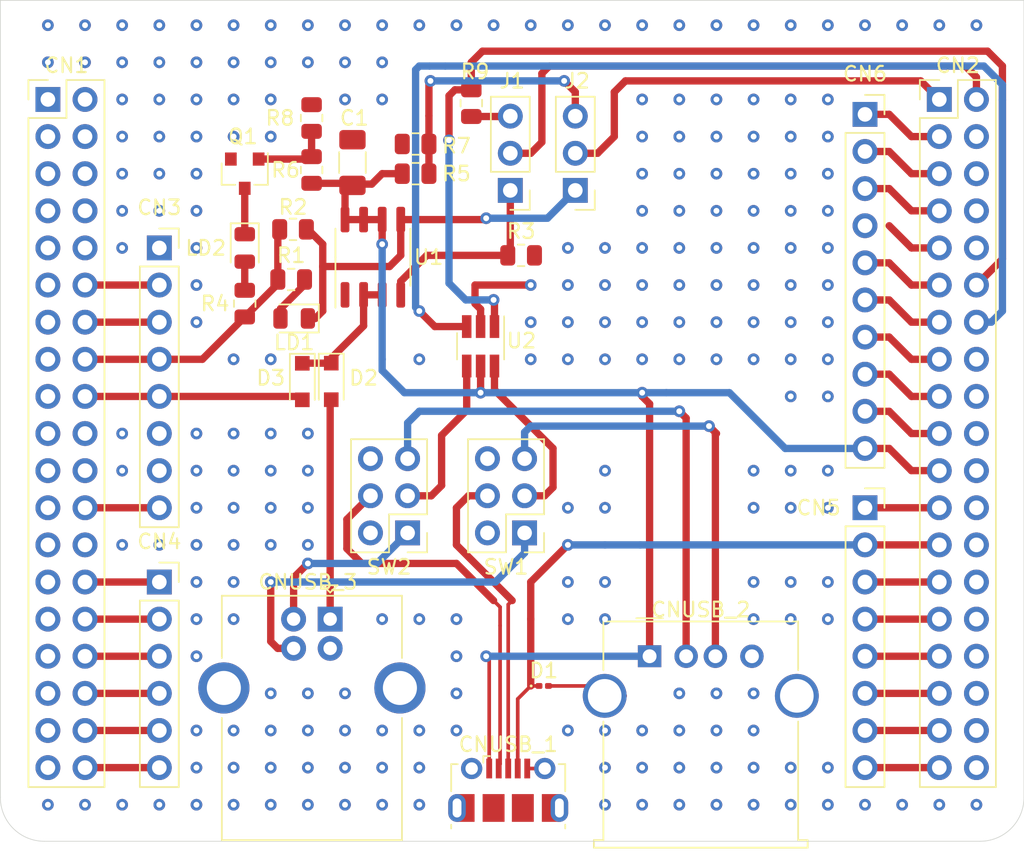
<source format=kicad_pcb>
(kicad_pcb (version 20171130) (host pcbnew 5.1.9-73d0e3b20d~88~ubuntu18.04.1)

  (general
    (thickness 1.6)
    (drawings 6)
    (tracks 478)
    (zones 0)
    (modules 31)
    (nets 95)
  )

  (page A4)
  (layers
    (0 F.Cu signal)
    (31 B.Cu signal)
    (32 B.Adhes user hide)
    (33 F.Adhes user hide)
    (34 B.Paste user hide)
    (35 F.Paste user hide)
    (36 B.SilkS user hide)
    (37 F.SilkS user)
    (38 B.Mask user hide)
    (39 F.Mask user)
    (40 Dwgs.User user hide)
    (41 Cmts.User user hide)
    (42 Eco1.User user hide)
    (43 Eco2.User user hide)
    (44 Edge.Cuts user)
    (45 Margin user hide)
    (46 B.CrtYd user hide)
    (47 F.CrtYd user hide)
    (48 B.Fab user hide)
    (49 F.Fab user hide)
  )

  (setup
    (last_trace_width 0.5)
    (user_trace_width 0.5)
    (trace_clearance 0.2)
    (zone_clearance 0.508)
    (zone_45_only yes)
    (trace_min 0.2)
    (via_size 0.8)
    (via_drill 0.4)
    (via_min_size 0.4)
    (via_min_drill 0.3)
    (uvia_size 0.3)
    (uvia_drill 0.1)
    (uvias_allowed no)
    (uvia_min_size 0.2)
    (uvia_min_drill 0.1)
    (edge_width 0.05)
    (segment_width 0.2)
    (pcb_text_width 0.3)
    (pcb_text_size 1.5 1.5)
    (mod_edge_width 0.12)
    (mod_text_size 1 1)
    (mod_text_width 0.15)
    (pad_size 1.524 1.524)
    (pad_drill 0.762)
    (pad_to_mask_clearance 0)
    (aux_axis_origin 19.812 104.394)
    (visible_elements FFFFFF7F)
    (pcbplotparams
      (layerselection 0x290d0_ffffffff)
      (usegerberextensions false)
      (usegerberattributes true)
      (usegerberadvancedattributes true)
      (creategerberjobfile true)
      (excludeedgelayer true)
      (linewidth 0.100000)
      (plotframeref false)
      (viasonmask false)
      (mode 1)
      (useauxorigin false)
      (hpglpennumber 1)
      (hpglpenspeed 20)
      (hpglpendiameter 15.000000)
      (psnegative false)
      (psa4output false)
      (plotreference true)
      (plotvalue true)
      (plotinvisibletext false)
      (padsonsilk false)
      (subtractmaskfromsilk false)
      (outputformat 1)
      (mirror false)
      (drillshape 0)
      (scaleselection 1)
      (outputdirectory "gerber/"))
  )

  (net 0 "")
  (net 1 PA9)
  (net 2 GND)
  (net 3 PC10)
  (net 4 PC11)
  (net 5 PC12)
  (net 6 PD2)
  (net 7 VDD)
  (net 8 E5V)
  (net 9 BOOT0)
  (net 10 "Net-(CN1-Pad9)")
  (net 11 "Net-(CN1-Pad10)")
  (net 12 "Net-(CN1-Pad11)")
  (net 13 IOREF)
  (net 14 PA13)
  (net 15 RESET)
  (net 16 PA14)
  (net 17 +3V3)
  (net 18 PA15)
  (net 19 +5V)
  (net 20 PB7)
  (net 21 PC13)
  (net 22 VIN)
  (net 23 PC14)
  (net 24 "Net-(CN1-Pad26)")
  (net 25 PC15)
  (net 26 PA0)
  (net 27 PD0)
  (net 28 PA1)
  (net 29 PD1)
  (net 30 PA4)
  (net 31 VBAT)
  (net 32 PB0)
  (net 33 PC2)
  (net 34 PC1)
  (net 35 PC3)
  (net 36 PC0)
  (net 37 "Net-(CN2-Pad38)")
  (net 38 PA3)
  (net 39 "Net-(CN2-Pad36)")
  (net 40 PA2)
  (net 41 PC4)
  (net 42 PA10)
  (net 43 AGND)
  (net 44 PB3)
  (net 45 PB13)
  (net 46 PB5)
  (net 47 PB14)
  (net 48 PB4)
  (net 49 PB15)
  (net 50 PB10)
  (net 51 PB1)
  (net 52 PA8)
  (net 53 PB2)
  (net 54 PC7)
  (net 55 PB11)
  (net 56 PB6)
  (net 57 PB12)
  (net 58 PA7)
  (net 59 PA11)
  (net 60 PA6)
  (net 61 PA12)
  (net 62 PA5)
  (net 63 "Net-(CN2-Pad10)")
  (net 64 U5V)
  (net 65 AVDD)
  (net 66 PC5)
  (net 67 PB9)
  (net 68 PC6)
  (net 69 PB8)
  (net 70 PC8)
  (net 71 PC9)
  (net 72 "Net-(CN3-Pad1)")
  (net 73 "Net-(CNUSB_1-Pad2)")
  (net 74 "Net-(CNUSB_1-Pad3)")
  (net 75 USB_POWER_SWITCH_ON)
  (net 76 USB_DISCONNECT)
  (net 77 VBUS_DET)
  (net 78 USB_OWER_CURRENT)
  (net 79 "Net-(LD1-Pad2)")
  (net 80 "Net-(LD2-Pad2)")
  (net 81 "Net-(Q1-Pad1)")
  (net 82 "Net-(CNUSB_2-Pad2)")
  (net 83 "Net-(CNUSB_2-Pad3)")
  (net 84 "Net-(CNUSB_3-Pad1)")
  (net 85 "Net-(CNUSB_3-Pad2)")
  (net 86 "Net-(CNUSB_3-Pad3)")
  (net 87 "Net-(LD2-Pad1)")
  (net 88 "Net-(SW1-Pad2)")
  (net 89 "Net-(SW1-Pad3)")
  (net 90 "Net-(SW1-Pad6)")
  (net 91 "Net-(SW2-Pad6)")
  (net 92 "Net-(SW2-Pad3)")
  (net 93 "Net-(SW2-Pad2)")
  (net 94 +5VD)

  (net_class Default "This is the default net class."
    (clearance 0.2)
    (trace_width 0.25)
    (via_dia 0.8)
    (via_drill 0.4)
    (uvia_dia 0.3)
    (uvia_drill 0.1)
    (add_net +3V3)
    (add_net +5V)
    (add_net +5VD)
    (add_net AGND)
    (add_net AVDD)
    (add_net BOOT0)
    (add_net E5V)
    (add_net GND)
    (add_net IOREF)
    (add_net "Net-(CN1-Pad10)")
    (add_net "Net-(CN1-Pad11)")
    (add_net "Net-(CN1-Pad26)")
    (add_net "Net-(CN1-Pad9)")
    (add_net "Net-(CN2-Pad10)")
    (add_net "Net-(CN2-Pad36)")
    (add_net "Net-(CN2-Pad38)")
    (add_net "Net-(CN3-Pad1)")
    (add_net "Net-(CNUSB_1-Pad2)")
    (add_net "Net-(CNUSB_1-Pad3)")
    (add_net "Net-(CNUSB_2-Pad2)")
    (add_net "Net-(CNUSB_2-Pad3)")
    (add_net "Net-(CNUSB_3-Pad1)")
    (add_net "Net-(CNUSB_3-Pad2)")
    (add_net "Net-(CNUSB_3-Pad3)")
    (add_net "Net-(LD1-Pad2)")
    (add_net "Net-(LD2-Pad1)")
    (add_net "Net-(LD2-Pad2)")
    (add_net "Net-(Q1-Pad1)")
    (add_net "Net-(SW1-Pad2)")
    (add_net "Net-(SW1-Pad3)")
    (add_net "Net-(SW1-Pad6)")
    (add_net "Net-(SW2-Pad2)")
    (add_net "Net-(SW2-Pad3)")
    (add_net "Net-(SW2-Pad6)")
    (add_net PA0)
    (add_net PA1)
    (add_net PA10)
    (add_net PA11)
    (add_net PA12)
    (add_net PA13)
    (add_net PA14)
    (add_net PA15)
    (add_net PA2)
    (add_net PA3)
    (add_net PA4)
    (add_net PA5)
    (add_net PA6)
    (add_net PA7)
    (add_net PA8)
    (add_net PA9)
    (add_net PB0)
    (add_net PB1)
    (add_net PB10)
    (add_net PB11)
    (add_net PB12)
    (add_net PB13)
    (add_net PB14)
    (add_net PB15)
    (add_net PB2)
    (add_net PB3)
    (add_net PB4)
    (add_net PB5)
    (add_net PB6)
    (add_net PB7)
    (add_net PB8)
    (add_net PB9)
    (add_net PC0)
    (add_net PC1)
    (add_net PC10)
    (add_net PC11)
    (add_net PC12)
    (add_net PC13)
    (add_net PC14)
    (add_net PC15)
    (add_net PC2)
    (add_net PC3)
    (add_net PC4)
    (add_net PC5)
    (add_net PC6)
    (add_net PC7)
    (add_net PC8)
    (add_net PC9)
    (add_net PD0)
    (add_net PD1)
    (add_net PD2)
    (add_net RESET)
    (add_net U5V)
    (add_net USB_DISCONNECT)
    (add_net USB_OWER_CURRENT)
    (add_net USB_POWER_SWITCH_ON)
    (add_net VBAT)
    (add_net VBUS_DET)
    (add_net VDD)
    (add_net VIN)
  )

  (module Capacitor_SMD:C_1206_3216Metric_Pad1.33x1.80mm_HandSolder (layer F.Cu) (tedit 5F68FEEF) (tstamp 5FC4C14E)
    (at 46.228 57.658 90)
    (descr "Capacitor SMD 1206 (3216 Metric), square (rectangular) end terminal, IPC_7351 nominal with elongated pad for handsoldering. (Body size source: IPC-SM-782 page 76, https://www.pcb-3d.com/wordpress/wp-content/uploads/ipc-sm-782a_amendment_1_and_2.pdf), generated with kicad-footprint-generator")
    (tags "capacitor handsolder")
    (path /5FBD0FDB/5FF205B2)
    (attr smd)
    (fp_text reference C1 (at 3.048 0.127 180) (layer F.SilkS)
      (effects (font (size 1 1) (thickness 0.15)))
    )
    (fp_text value 4.7uF (at 0 1.85 90) (layer F.Fab) hide
      (effects (font (size 1 1) (thickness 0.15)))
    )
    (fp_line (start -1.6 0.8) (end -1.6 -0.8) (layer F.Fab) (width 0.1))
    (fp_line (start -1.6 -0.8) (end 1.6 -0.8) (layer F.Fab) (width 0.1))
    (fp_line (start 1.6 -0.8) (end 1.6 0.8) (layer F.Fab) (width 0.1))
    (fp_line (start 1.6 0.8) (end -1.6 0.8) (layer F.Fab) (width 0.1))
    (fp_line (start -0.711252 -0.91) (end 0.711252 -0.91) (layer F.SilkS) (width 0.12))
    (fp_line (start -0.711252 0.91) (end 0.711252 0.91) (layer F.SilkS) (width 0.12))
    (fp_line (start -2.48 1.15) (end -2.48 -1.15) (layer F.CrtYd) (width 0.05))
    (fp_line (start -2.48 -1.15) (end 2.48 -1.15) (layer F.CrtYd) (width 0.05))
    (fp_line (start 2.48 -1.15) (end 2.48 1.15) (layer F.CrtYd) (width 0.05))
    (fp_line (start 2.48 1.15) (end -2.48 1.15) (layer F.CrtYd) (width 0.05))
    (fp_text user %R (at 3.175 0 180) (layer F.Fab)
      (effects (font (size 0.8 0.8) (thickness 0.12)))
    )
    (pad 2 smd roundrect (at 1.5625 0 90) (size 1.325 1.8) (layers F.Cu F.Paste F.Mask) (roundrect_rratio 0.188679)
      (net 2 GND))
    (pad 1 smd roundrect (at -1.5625 0 90) (size 1.325 1.8) (layers F.Cu F.Paste F.Mask) (roundrect_rratio 0.188679)
      (net 1 PA9))
    (model ${KISYS3DMOD}/Capacitor_SMD.3dshapes/C_1206_3216Metric.wrl
      (at (xyz 0 0 0))
      (scale (xyz 1 1 1))
      (rotate (xyz 0 0 0))
    )
  )

  (module Diode_SMD:D_0201_0603Metric (layer F.Cu) (tedit 5F68FEF0) (tstamp 5FC4C2A0)
    (at 59.309 93.472)
    (descr "Diode SMD 0201 (0603 Metric), square (rectangular) end terminal, IPC_7351 nominal, (Body size source: https://www.vishay.com/docs/20052/crcw0201e3.pdf), generated with kicad-footprint-generator")
    (tags diode)
    (path /5FBD0FDB/600DB0FD)
    (attr smd)
    (fp_text reference D1 (at 0 -1.05) (layer F.SilkS)
      (effects (font (size 1 1) (thickness 0.15)))
    )
    (fp_text value ESDALC6V1-1U2 (at 0 1.05) (layer F.Fab) hide
      (effects (font (size 1 1) (thickness 0.15)))
    )
    (fp_line (start 0.7 0.35) (end -0.7 0.35) (layer F.CrtYd) (width 0.05))
    (fp_line (start 0.7 -0.35) (end 0.7 0.35) (layer F.CrtYd) (width 0.05))
    (fp_line (start -0.7 -0.35) (end 0.7 -0.35) (layer F.CrtYd) (width 0.05))
    (fp_line (start -0.7 0.35) (end -0.7 -0.35) (layer F.CrtYd) (width 0.05))
    (fp_line (start -0.1 0.15) (end -0.1 -0.15) (layer F.Fab) (width 0.1))
    (fp_line (start -0.2 0.15) (end -0.2 -0.15) (layer F.Fab) (width 0.1))
    (fp_line (start 0.3 0.15) (end -0.3 0.15) (layer F.Fab) (width 0.1))
    (fp_line (start 0.3 -0.15) (end 0.3 0.15) (layer F.Fab) (width 0.1))
    (fp_line (start -0.3 -0.15) (end 0.3 -0.15) (layer F.Fab) (width 0.1))
    (fp_line (start -0.3 0.15) (end -0.3 -0.15) (layer F.Fab) (width 0.1))
    (fp_circle (center -0.86 0) (end -0.81 0) (layer F.SilkS) (width 0.1))
    (fp_text user %R (at 0 -0.68) (layer F.Fab)
      (effects (font (size 0.25 0.25) (thickness 0.04)))
    )
    (pad "" smd roundrect (at -0.345 0) (size 0.318 0.36) (layers F.Paste) (roundrect_rratio 0.25))
    (pad "" smd roundrect (at 0.345 0) (size 0.318 0.36) (layers F.Paste) (roundrect_rratio 0.25))
    (pad 1 smd roundrect (at -0.32 0) (size 0.46 0.4) (layers F.Cu F.Mask) (roundrect_rratio 0.25)
      (net 50 PB10))
    (pad 2 smd roundrect (at 0.32 0) (size 0.46 0.4) (layers F.Cu F.Mask) (roundrect_rratio 0.25)
      (net 2 GND))
    (model ${KISYS3DMOD}/Diode_SMD.3dshapes/D_0201_0603Metric.wrl
      (at (xyz 0 0 0))
      (scale (xyz 1 1 1))
      (rotate (xyz 0 0 0))
    )
  )

  (module Connector_PinHeader_2.54mm:PinHeader_2x03_P2.54mm_Vertical (layer F.Cu) (tedit 59FED5CC) (tstamp 5FFEC98C)
    (at 50 83 180)
    (descr "Through hole straight pin header, 2x03, 2.54mm pitch, double rows")
    (tags "Through hole pin header THT 2x03 2.54mm double row")
    (path /5FBD0FDB/601086B0)
    (fp_text reference SW2 (at 1.27 -2.33) (layer F.SilkS)
      (effects (font (size 1 1) (thickness 0.15)))
    )
    (fp_text value USB_SEL (at 1.27 7.41) (layer F.Fab)
      (effects (font (size 1 1) (thickness 0.15)))
    )
    (fp_line (start 4.35 -1.8) (end -1.8 -1.8) (layer F.CrtYd) (width 0.05))
    (fp_line (start 4.35 6.85) (end 4.35 -1.8) (layer F.CrtYd) (width 0.05))
    (fp_line (start -1.8 6.85) (end 4.35 6.85) (layer F.CrtYd) (width 0.05))
    (fp_line (start -1.8 -1.8) (end -1.8 6.85) (layer F.CrtYd) (width 0.05))
    (fp_line (start -1.33 -1.33) (end 0 -1.33) (layer F.SilkS) (width 0.12))
    (fp_line (start -1.33 0) (end -1.33 -1.33) (layer F.SilkS) (width 0.12))
    (fp_line (start 1.27 -1.33) (end 3.87 -1.33) (layer F.SilkS) (width 0.12))
    (fp_line (start 1.27 1.27) (end 1.27 -1.33) (layer F.SilkS) (width 0.12))
    (fp_line (start -1.33 1.27) (end 1.27 1.27) (layer F.SilkS) (width 0.12))
    (fp_line (start 3.87 -1.33) (end 3.87 6.41) (layer F.SilkS) (width 0.12))
    (fp_line (start -1.33 1.27) (end -1.33 6.41) (layer F.SilkS) (width 0.12))
    (fp_line (start -1.33 6.41) (end 3.87 6.41) (layer F.SilkS) (width 0.12))
    (fp_line (start -1.27 0) (end 0 -1.27) (layer F.Fab) (width 0.1))
    (fp_line (start -1.27 6.35) (end -1.27 0) (layer F.Fab) (width 0.1))
    (fp_line (start 3.81 6.35) (end -1.27 6.35) (layer F.Fab) (width 0.1))
    (fp_line (start 3.81 -1.27) (end 3.81 6.35) (layer F.Fab) (width 0.1))
    (fp_line (start 0 -1.27) (end 3.81 -1.27) (layer F.Fab) (width 0.1))
    (fp_text user %R (at 1.27 2.54 90) (layer F.Fab)
      (effects (font (size 1 1) (thickness 0.15)))
    )
    (pad 6 thru_hole oval (at 2.54 5.08 180) (size 1.7 1.7) (drill 1) (layers *.Cu *.Mask)
      (net 91 "Net-(SW2-Pad6)"))
    (pad 5 thru_hole oval (at 0 5.08 180) (size 1.7 1.7) (drill 1) (layers *.Cu *.Mask)
      (net 82 "Net-(CNUSB_2-Pad2)"))
    (pad 4 thru_hole oval (at 2.54 2.54 180) (size 1.7 1.7) (drill 1) (layers *.Cu *.Mask)
      (net 73 "Net-(CNUSB_1-Pad2)"))
    (pad 3 thru_hole oval (at 0 2.54 180) (size 1.7 1.7) (drill 1) (layers *.Cu *.Mask)
      (net 92 "Net-(SW2-Pad3)"))
    (pad 2 thru_hole oval (at 2.54 0 180) (size 1.7 1.7) (drill 1) (layers *.Cu *.Mask)
      (net 93 "Net-(SW2-Pad2)"))
    (pad 1 thru_hole rect (at 0 0 180) (size 1.7 1.7) (drill 1) (layers *.Cu *.Mask)
      (net 85 "Net-(CNUSB_3-Pad2)"))
    (model ${KISYS3DMOD}/Connector_PinHeader_2.54mm.3dshapes/PinHeader_2x03_P2.54mm_Vertical.wrl
      (at (xyz 0 0 0))
      (scale (xyz 1 1 1))
      (rotate (xyz 0 0 0))
    )
  )

  (module Connector_PinHeader_2.54mm:PinHeader_2x03_P2.54mm_Vertical (layer F.Cu) (tedit 59FED5CC) (tstamp 5FFEC970)
    (at 58 83 180)
    (descr "Through hole straight pin header, 2x03, 2.54mm pitch, double rows")
    (tags "Through hole pin header THT 2x03 2.54mm double row")
    (path /5FBD0FDB/60101ABF)
    (fp_text reference SW1 (at 1.27 -2.33) (layer F.SilkS)
      (effects (font (size 1 1) (thickness 0.15)))
    )
    (fp_text value USB_SEL (at 1.27 7.41) (layer F.Fab)
      (effects (font (size 1 1) (thickness 0.15)))
    )
    (fp_line (start 4.35 -1.8) (end -1.8 -1.8) (layer F.CrtYd) (width 0.05))
    (fp_line (start 4.35 6.85) (end 4.35 -1.8) (layer F.CrtYd) (width 0.05))
    (fp_line (start -1.8 6.85) (end 4.35 6.85) (layer F.CrtYd) (width 0.05))
    (fp_line (start -1.8 -1.8) (end -1.8 6.85) (layer F.CrtYd) (width 0.05))
    (fp_line (start -1.33 -1.33) (end 0 -1.33) (layer F.SilkS) (width 0.12))
    (fp_line (start -1.33 0) (end -1.33 -1.33) (layer F.SilkS) (width 0.12))
    (fp_line (start 1.27 -1.33) (end 3.87 -1.33) (layer F.SilkS) (width 0.12))
    (fp_line (start 1.27 1.27) (end 1.27 -1.33) (layer F.SilkS) (width 0.12))
    (fp_line (start -1.33 1.27) (end 1.27 1.27) (layer F.SilkS) (width 0.12))
    (fp_line (start 3.87 -1.33) (end 3.87 6.41) (layer F.SilkS) (width 0.12))
    (fp_line (start -1.33 1.27) (end -1.33 6.41) (layer F.SilkS) (width 0.12))
    (fp_line (start -1.33 6.41) (end 3.87 6.41) (layer F.SilkS) (width 0.12))
    (fp_line (start -1.27 0) (end 0 -1.27) (layer F.Fab) (width 0.1))
    (fp_line (start -1.27 6.35) (end -1.27 0) (layer F.Fab) (width 0.1))
    (fp_line (start 3.81 6.35) (end -1.27 6.35) (layer F.Fab) (width 0.1))
    (fp_line (start 3.81 -1.27) (end 3.81 6.35) (layer F.Fab) (width 0.1))
    (fp_line (start 0 -1.27) (end 3.81 -1.27) (layer F.Fab) (width 0.1))
    (fp_text user %R (at 1.27 2.54 90) (layer F.Fab)
      (effects (font (size 1 1) (thickness 0.15)))
    )
    (pad 6 thru_hole oval (at 2.54 5.08 180) (size 1.7 1.7) (drill 1) (layers *.Cu *.Mask)
      (net 90 "Net-(SW1-Pad6)"))
    (pad 5 thru_hole oval (at 0 5.08 180) (size 1.7 1.7) (drill 1) (layers *.Cu *.Mask)
      (net 83 "Net-(CNUSB_2-Pad3)"))
    (pad 4 thru_hole oval (at 2.54 2.54 180) (size 1.7 1.7) (drill 1) (layers *.Cu *.Mask)
      (net 74 "Net-(CNUSB_1-Pad3)"))
    (pad 3 thru_hole oval (at 0 2.54 180) (size 1.7 1.7) (drill 1) (layers *.Cu *.Mask)
      (net 89 "Net-(SW1-Pad3)"))
    (pad 2 thru_hole oval (at 2.54 0 180) (size 1.7 1.7) (drill 1) (layers *.Cu *.Mask)
      (net 88 "Net-(SW1-Pad2)"))
    (pad 1 thru_hole rect (at 0 0 180) (size 1.7 1.7) (drill 1) (layers *.Cu *.Mask)
      (net 86 "Net-(CNUSB_3-Pad3)"))
    (model ${KISYS3DMOD}/Connector_PinHeader_2.54mm.3dshapes/PinHeader_2x03_P2.54mm_Vertical.wrl
      (at (xyz 0 0 0))
      (scale (xyz 1 1 1))
      (rotate (xyz 0 0 0))
    )
  )

  (module Diode_SMD:D_SOD-323_HandSoldering (layer F.Cu) (tedit 58641869) (tstamp 6001DBAB)
    (at 42.799 72.644 270)
    (descr SOD-323)
    (tags SOD-323)
    (path /5FBD0FDB/600332DD)
    (attr smd)
    (fp_text reference D3 (at -0.254 2.159 180) (layer F.SilkS)
      (effects (font (size 1 1) (thickness 0.15)))
    )
    (fp_text value 1N4001 (at 0.1 1.9 90) (layer F.Fab) hide
      (effects (font (size 1 1) (thickness 0.15)))
    )
    (fp_line (start -1.9 -0.85) (end 1.25 -0.85) (layer F.SilkS) (width 0.12))
    (fp_line (start -1.9 0.85) (end 1.25 0.85) (layer F.SilkS) (width 0.12))
    (fp_line (start -2 -0.95) (end -2 0.95) (layer F.CrtYd) (width 0.05))
    (fp_line (start -2 0.95) (end 2 0.95) (layer F.CrtYd) (width 0.05))
    (fp_line (start 2 -0.95) (end 2 0.95) (layer F.CrtYd) (width 0.05))
    (fp_line (start -2 -0.95) (end 2 -0.95) (layer F.CrtYd) (width 0.05))
    (fp_line (start -0.9 -0.7) (end 0.9 -0.7) (layer F.Fab) (width 0.1))
    (fp_line (start 0.9 -0.7) (end 0.9 0.7) (layer F.Fab) (width 0.1))
    (fp_line (start 0.9 0.7) (end -0.9 0.7) (layer F.Fab) (width 0.1))
    (fp_line (start -0.9 0.7) (end -0.9 -0.7) (layer F.Fab) (width 0.1))
    (fp_line (start -0.3 -0.35) (end -0.3 0.35) (layer F.Fab) (width 0.1))
    (fp_line (start -0.3 0) (end -0.5 0) (layer F.Fab) (width 0.1))
    (fp_line (start -0.3 0) (end 0.2 -0.35) (layer F.Fab) (width 0.1))
    (fp_line (start 0.2 -0.35) (end 0.2 0.35) (layer F.Fab) (width 0.1))
    (fp_line (start 0.2 0.35) (end -0.3 0) (layer F.Fab) (width 0.1))
    (fp_line (start 0.2 0) (end 0.45 0) (layer F.Fab) (width 0.1))
    (fp_line (start -1.9 -0.85) (end -1.9 0.85) (layer F.SilkS) (width 0.12))
    (fp_text user %R (at -0.127 1.651 90) (layer F.Fab) hide
      (effects (font (size 1 1) (thickness 0.15)))
    )
    (pad 2 smd rect (at 1.25 0 270) (size 1 1) (layers F.Cu F.Paste F.Mask)
      (net 19 +5V))
    (pad 1 smd rect (at -1.25 0 270) (size 1 1) (layers F.Cu F.Paste F.Mask)
      (net 94 +5VD))
    (model ${KISYS3DMOD}/Diode_SMD.3dshapes/D_SOD-323.wrl
      (at (xyz 0 0 0))
      (scale (xyz 1 1 1))
      (rotate (xyz 0 0 0))
    )
  )

  (module Diode_SMD:D_SOD-323_HandSoldering (layer F.Cu) (tedit 58641869) (tstamp 5FFEC954)
    (at 44.778 72.635 270)
    (descr SOD-323)
    (tags SOD-323)
    (path /5FBD0FDB/601DB576)
    (attr smd)
    (fp_text reference D2 (at -0.245 -2.212 180) (layer F.SilkS)
      (effects (font (size 1 1) (thickness 0.15)))
    )
    (fp_text value 1N4001 (at 0 1.65 90) (layer F.Fab) hide
      (effects (font (size 1 1) (thickness 0.15)))
    )
    (fp_line (start -1.9 -0.85) (end -1.9 0.85) (layer F.SilkS) (width 0.12))
    (fp_line (start 0.2 0) (end 0.45 0) (layer F.Fab) (width 0.1))
    (fp_line (start 0.2 0.35) (end -0.3 0) (layer F.Fab) (width 0.1))
    (fp_line (start 0.2 -0.35) (end 0.2 0.35) (layer F.Fab) (width 0.1))
    (fp_line (start -0.3 0) (end 0.2 -0.35) (layer F.Fab) (width 0.1))
    (fp_line (start -0.3 0) (end -0.5 0) (layer F.Fab) (width 0.1))
    (fp_line (start -0.3 -0.35) (end -0.3 0.35) (layer F.Fab) (width 0.1))
    (fp_line (start -0.9 0.7) (end -0.9 -0.7) (layer F.Fab) (width 0.1))
    (fp_line (start 0.9 0.7) (end -0.9 0.7) (layer F.Fab) (width 0.1))
    (fp_line (start 0.9 -0.7) (end 0.9 0.7) (layer F.Fab) (width 0.1))
    (fp_line (start -0.9 -0.7) (end 0.9 -0.7) (layer F.Fab) (width 0.1))
    (fp_line (start -2 -0.95) (end 2 -0.95) (layer F.CrtYd) (width 0.05))
    (fp_line (start 2 -0.95) (end 2 0.95) (layer F.CrtYd) (width 0.05))
    (fp_line (start -2 0.95) (end 2 0.95) (layer F.CrtYd) (width 0.05))
    (fp_line (start -2 -0.95) (end -2 0.95) (layer F.CrtYd) (width 0.05))
    (fp_line (start -1.9 0.85) (end 1.25 0.85) (layer F.SilkS) (width 0.12))
    (fp_line (start -1.9 -0.85) (end 1.25 -0.85) (layer F.SilkS) (width 0.12))
    (fp_text user %R (at 0.009 -1.577 270) (layer F.Fab) hide
      (effects (font (size 0.5 0.5) (thickness 0.08)))
    )
    (pad 2 smd rect (at 1.25 0 270) (size 1 1) (layers F.Cu F.Paste F.Mask)
      (net 84 "Net-(CNUSB_3-Pad1)"))
    (pad 1 smd rect (at -1.25 0 270) (size 1 1) (layers F.Cu F.Paste F.Mask)
      (net 94 +5VD))
    (model ${KISYS3DMOD}/Diode_SMD.3dshapes/D_SOD-323.wrl
      (at (xyz 0 0 0))
      (scale (xyz 1 1 1))
      (rotate (xyz 0 0 0))
    )
  )

  (module Connector_PinHeader_2.54mm:PinHeader_1x03_P2.54mm_Vertical (layer F.Cu) (tedit 59FED5CC) (tstamp 5FC4C2B7)
    (at 57.023 59.563 180)
    (descr "Through hole straight pin header, 1x03, 2.54mm pitch, single row")
    (tags "Through hole pin header THT 1x03 2.54mm single row")
    (path /5FBD0FDB/5FD500E2)
    (fp_text reference J1 (at -0.127 7.493) (layer F.SilkS)
      (effects (font (size 1 1) (thickness 0.15)))
    )
    (fp_text value Conn_01x03 (at 0 7.41) (layer F.Fab) hide
      (effects (font (size 1 1) (thickness 0.15)))
    )
    (fp_line (start 1.8 -1.8) (end -1.8 -1.8) (layer F.CrtYd) (width 0.05))
    (fp_line (start 1.8 6.85) (end 1.8 -1.8) (layer F.CrtYd) (width 0.05))
    (fp_line (start -1.8 6.85) (end 1.8 6.85) (layer F.CrtYd) (width 0.05))
    (fp_line (start -1.8 -1.8) (end -1.8 6.85) (layer F.CrtYd) (width 0.05))
    (fp_line (start -1.33 -1.33) (end 0 -1.33) (layer F.SilkS) (width 0.12))
    (fp_line (start -1.33 0) (end -1.33 -1.33) (layer F.SilkS) (width 0.12))
    (fp_line (start -1.33 1.27) (end 1.33 1.27) (layer F.SilkS) (width 0.12))
    (fp_line (start 1.33 1.27) (end 1.33 6.41) (layer F.SilkS) (width 0.12))
    (fp_line (start -1.33 1.27) (end -1.33 6.41) (layer F.SilkS) (width 0.12))
    (fp_line (start -1.33 6.41) (end 1.33 6.41) (layer F.SilkS) (width 0.12))
    (fp_line (start -1.27 -0.635) (end -0.635 -1.27) (layer F.Fab) (width 0.1))
    (fp_line (start -1.27 6.35) (end -1.27 -0.635) (layer F.Fab) (width 0.1))
    (fp_line (start 1.27 6.35) (end -1.27 6.35) (layer F.Fab) (width 0.1))
    (fp_line (start 1.27 -1.27) (end 1.27 6.35) (layer F.Fab) (width 0.1))
    (fp_line (start -0.635 -1.27) (end 1.27 -1.27) (layer F.Fab) (width 0.1))
    (fp_text user %R (at 0 8.128 180) (layer F.Fab)
      (effects (font (size 1 1) (thickness 0.15)))
    )
    (pad 1 thru_hole rect (at 0 0 180) (size 1.7 1.7) (drill 1) (layers *.Cu *.Mask)
      (net 75 USB_POWER_SWITCH_ON))
    (pad 2 thru_hole oval (at 0 2.54 180) (size 1.7 1.7) (drill 1) (layers *.Cu *.Mask)
      (net 70 PC8))
    (pad 3 thru_hole oval (at 0 5.08 180) (size 1.7 1.7) (drill 1) (layers *.Cu *.Mask)
      (net 76 USB_DISCONNECT))
    (model ${KISYS3DMOD}/Connector_PinHeader_2.54mm.3dshapes/PinHeader_1x03_P2.54mm_Vertical.wrl
      (at (xyz 0 0 0))
      (scale (xyz 1 1 1))
      (rotate (xyz 0 0 0))
    )
  )

  (module Connector_PinHeader_2.54mm:PinHeader_2x19_P2.54mm_Vertical locked (layer F.Cu) (tedit 59FED5CC) (tstamp 5FC4C18A)
    (at 25.4 53.34)
    (descr "Through hole straight pin header, 2x19, 2.54mm pitch, double rows")
    (tags "Through hole pin header THT 2x19 2.54mm double row")
    (path /5FBD0F73/5FBDC355)
    (fp_text reference CN1 (at 1.27 -2.33) (layer F.SilkS)
      (effects (font (size 1 1) (thickness 0.15)))
    )
    (fp_text value Conn_02x19_Odd_Even (at 1.27 48.05) (layer F.Fab) hide
      (effects (font (size 1 1) (thickness 0.15)))
    )
    (fp_line (start 4.35 -1.8) (end -1.8 -1.8) (layer F.CrtYd) (width 0.05))
    (fp_line (start 4.35 47.5) (end 4.35 -1.8) (layer F.CrtYd) (width 0.05))
    (fp_line (start -1.8 47.5) (end 4.35 47.5) (layer F.CrtYd) (width 0.05))
    (fp_line (start -1.8 -1.8) (end -1.8 47.5) (layer F.CrtYd) (width 0.05))
    (fp_line (start -1.33 -1.33) (end 0 -1.33) (layer F.SilkS) (width 0.12))
    (fp_line (start -1.33 0) (end -1.33 -1.33) (layer F.SilkS) (width 0.12))
    (fp_line (start 1.27 -1.33) (end 3.87 -1.33) (layer F.SilkS) (width 0.12))
    (fp_line (start 1.27 1.27) (end 1.27 -1.33) (layer F.SilkS) (width 0.12))
    (fp_line (start -1.33 1.27) (end 1.27 1.27) (layer F.SilkS) (width 0.12))
    (fp_line (start 3.87 -1.33) (end 3.87 47.05) (layer F.SilkS) (width 0.12))
    (fp_line (start -1.33 1.27) (end -1.33 47.05) (layer F.SilkS) (width 0.12))
    (fp_line (start -1.33 47.05) (end 3.87 47.05) (layer F.SilkS) (width 0.12))
    (fp_line (start -1.27 0) (end 0 -1.27) (layer F.Fab) (width 0.1))
    (fp_line (start -1.27 46.99) (end -1.27 0) (layer F.Fab) (width 0.1))
    (fp_line (start 3.81 46.99) (end -1.27 46.99) (layer F.Fab) (width 0.1))
    (fp_line (start 3.81 -1.27) (end 3.81 46.99) (layer F.Fab) (width 0.1))
    (fp_line (start 0 -1.27) (end 3.81 -1.27) (layer F.Fab) (width 0.1))
    (fp_text user %R (at 1.397 -3.175 180) (layer F.Fab)
      (effects (font (size 1 1) (thickness 0.15)))
    )
    (pad 1 thru_hole rect (at 0 0) (size 1.7 1.7) (drill 1) (layers *.Cu *.Mask)
      (net 3 PC10))
    (pad 2 thru_hole oval (at 2.54 0) (size 1.7 1.7) (drill 1) (layers *.Cu *.Mask)
      (net 4 PC11))
    (pad 3 thru_hole oval (at 0 2.54) (size 1.7 1.7) (drill 1) (layers *.Cu *.Mask)
      (net 5 PC12))
    (pad 4 thru_hole oval (at 2.54 2.54) (size 1.7 1.7) (drill 1) (layers *.Cu *.Mask)
      (net 6 PD2))
    (pad 5 thru_hole oval (at 0 5.08) (size 1.7 1.7) (drill 1) (layers *.Cu *.Mask)
      (net 7 VDD))
    (pad 6 thru_hole oval (at 2.54 5.08) (size 1.7 1.7) (drill 1) (layers *.Cu *.Mask)
      (net 8 E5V))
    (pad 7 thru_hole oval (at 0 7.62) (size 1.7 1.7) (drill 1) (layers *.Cu *.Mask)
      (net 9 BOOT0))
    (pad 8 thru_hole oval (at 2.54 7.62) (size 1.7 1.7) (drill 1) (layers *.Cu *.Mask)
      (net 2 GND))
    (pad 9 thru_hole oval (at 0 10.16) (size 1.7 1.7) (drill 1) (layers *.Cu *.Mask)
      (net 10 "Net-(CN1-Pad9)"))
    (pad 10 thru_hole oval (at 2.54 10.16) (size 1.7 1.7) (drill 1) (layers *.Cu *.Mask)
      (net 11 "Net-(CN1-Pad10)"))
    (pad 11 thru_hole oval (at 0 12.7) (size 1.7 1.7) (drill 1) (layers *.Cu *.Mask)
      (net 12 "Net-(CN1-Pad11)"))
    (pad 12 thru_hole oval (at 2.54 12.7) (size 1.7 1.7) (drill 1) (layers *.Cu *.Mask)
      (net 13 IOREF))
    (pad 13 thru_hole oval (at 0 15.24) (size 1.7 1.7) (drill 1) (layers *.Cu *.Mask)
      (net 14 PA13))
    (pad 14 thru_hole oval (at 2.54 15.24) (size 1.7 1.7) (drill 1) (layers *.Cu *.Mask)
      (net 15 RESET))
    (pad 15 thru_hole oval (at 0 17.78) (size 1.7 1.7) (drill 1) (layers *.Cu *.Mask)
      (net 16 PA14))
    (pad 16 thru_hole oval (at 2.54 17.78) (size 1.7 1.7) (drill 1) (layers *.Cu *.Mask)
      (net 17 +3V3))
    (pad 17 thru_hole oval (at 0 20.32) (size 1.7 1.7) (drill 1) (layers *.Cu *.Mask)
      (net 18 PA15))
    (pad 18 thru_hole oval (at 2.54 20.32) (size 1.7 1.7) (drill 1) (layers *.Cu *.Mask)
      (net 19 +5V))
    (pad 19 thru_hole oval (at 0 22.86) (size 1.7 1.7) (drill 1) (layers *.Cu *.Mask)
      (net 2 GND))
    (pad 20 thru_hole oval (at 2.54 22.86) (size 1.7 1.7) (drill 1) (layers *.Cu *.Mask)
      (net 2 GND))
    (pad 21 thru_hole oval (at 0 25.4) (size 1.7 1.7) (drill 1) (layers *.Cu *.Mask)
      (net 20 PB7))
    (pad 22 thru_hole oval (at 2.54 25.4) (size 1.7 1.7) (drill 1) (layers *.Cu *.Mask)
      (net 2 GND))
    (pad 23 thru_hole oval (at 0 27.94) (size 1.7 1.7) (drill 1) (layers *.Cu *.Mask)
      (net 21 PC13))
    (pad 24 thru_hole oval (at 2.54 27.94) (size 1.7 1.7) (drill 1) (layers *.Cu *.Mask)
      (net 22 VIN))
    (pad 25 thru_hole oval (at 0 30.48) (size 1.7 1.7) (drill 1) (layers *.Cu *.Mask)
      (net 23 PC14))
    (pad 26 thru_hole oval (at 2.54 30.48) (size 1.7 1.7) (drill 1) (layers *.Cu *.Mask)
      (net 24 "Net-(CN1-Pad26)"))
    (pad 27 thru_hole oval (at 0 33.02) (size 1.7 1.7) (drill 1) (layers *.Cu *.Mask)
      (net 25 PC15))
    (pad 28 thru_hole oval (at 2.54 33.02) (size 1.7 1.7) (drill 1) (layers *.Cu *.Mask)
      (net 26 PA0))
    (pad 29 thru_hole oval (at 0 35.56) (size 1.7 1.7) (drill 1) (layers *.Cu *.Mask)
      (net 27 PD0))
    (pad 30 thru_hole oval (at 2.54 35.56) (size 1.7 1.7) (drill 1) (layers *.Cu *.Mask)
      (net 28 PA1))
    (pad 31 thru_hole oval (at 0 38.1) (size 1.7 1.7) (drill 1) (layers *.Cu *.Mask)
      (net 29 PD1))
    (pad 32 thru_hole oval (at 2.54 38.1) (size 1.7 1.7) (drill 1) (layers *.Cu *.Mask)
      (net 30 PA4))
    (pad 33 thru_hole oval (at 0 40.64) (size 1.7 1.7) (drill 1) (layers *.Cu *.Mask)
      (net 31 VBAT))
    (pad 34 thru_hole oval (at 2.54 40.64) (size 1.7 1.7) (drill 1) (layers *.Cu *.Mask)
      (net 32 PB0))
    (pad 35 thru_hole oval (at 0 43.18) (size 1.7 1.7) (drill 1) (layers *.Cu *.Mask)
      (net 33 PC2))
    (pad 36 thru_hole oval (at 2.54 43.18) (size 1.7 1.7) (drill 1) (layers *.Cu *.Mask)
      (net 34 PC1))
    (pad 37 thru_hole oval (at 0 45.72) (size 1.7 1.7) (drill 1) (layers *.Cu *.Mask)
      (net 35 PC3))
    (pad 38 thru_hole oval (at 2.54 45.72) (size 1.7 1.7) (drill 1) (layers *.Cu *.Mask)
      (net 36 PC0))
    (model ${KISYS3DMOD}/Connector_PinHeader_2.54mm.3dshapes/PinHeader_2x19_P2.54mm_Vertical.wrl
      (at (xyz 0 0 0))
      (scale (xyz 1 1 1))
      (rotate (xyz 0 0 0))
    )
  )

  (module Connector_PinHeader_2.54mm:PinHeader_2x19_P2.54mm_Vertical locked (layer F.Cu) (tedit 59FED5CC) (tstamp 5FC4D4A5)
    (at 86.36 53.34)
    (descr "Through hole straight pin header, 2x19, 2.54mm pitch, double rows")
    (tags "Through hole pin header THT 2x19 2.54mm double row")
    (path /5FBD0F73/5FBDFAC2)
    (fp_text reference CN2 (at 1.27 -2.33) (layer F.SilkS)
      (effects (font (size 1 1) (thickness 0.15)))
    )
    (fp_text value Conn_02x19_Odd_Even (at 1.27 48.05) (layer F.Fab) hide
      (effects (font (size 1 1) (thickness 0.15)))
    )
    (fp_line (start 0 -1.27) (end 3.81 -1.27) (layer F.Fab) (width 0.1))
    (fp_line (start 3.81 -1.27) (end 3.81 46.99) (layer F.Fab) (width 0.1))
    (fp_line (start 3.81 46.99) (end -1.27 46.99) (layer F.Fab) (width 0.1))
    (fp_line (start -1.27 46.99) (end -1.27 0) (layer F.Fab) (width 0.1))
    (fp_line (start -1.27 0) (end 0 -1.27) (layer F.Fab) (width 0.1))
    (fp_line (start -1.33 47.05) (end 3.87 47.05) (layer F.SilkS) (width 0.12))
    (fp_line (start -1.33 1.27) (end -1.33 47.05) (layer F.SilkS) (width 0.12))
    (fp_line (start 3.87 -1.33) (end 3.87 47.05) (layer F.SilkS) (width 0.12))
    (fp_line (start -1.33 1.27) (end 1.27 1.27) (layer F.SilkS) (width 0.12))
    (fp_line (start 1.27 1.27) (end 1.27 -1.33) (layer F.SilkS) (width 0.12))
    (fp_line (start 1.27 -1.33) (end 3.87 -1.33) (layer F.SilkS) (width 0.12))
    (fp_line (start -1.33 0) (end -1.33 -1.33) (layer F.SilkS) (width 0.12))
    (fp_line (start -1.33 -1.33) (end 0 -1.33) (layer F.SilkS) (width 0.12))
    (fp_line (start -1.8 -1.8) (end -1.8 47.5) (layer F.CrtYd) (width 0.05))
    (fp_line (start -1.8 47.5) (end 4.35 47.5) (layer F.CrtYd) (width 0.05))
    (fp_line (start 4.35 47.5) (end 4.35 -1.8) (layer F.CrtYd) (width 0.05))
    (fp_line (start 4.35 -1.8) (end -1.8 -1.8) (layer F.CrtYd) (width 0.05))
    (fp_text user %R (at 0.889 -3.175 180) (layer F.Fab)
      (effects (font (size 1 1) (thickness 0.15)))
    )
    (pad 38 thru_hole oval (at 2.54 45.72) (size 1.7 1.7) (drill 1) (layers *.Cu *.Mask)
      (net 37 "Net-(CN2-Pad38)"))
    (pad 37 thru_hole oval (at 0 45.72) (size 1.7 1.7) (drill 1) (layers *.Cu *.Mask)
      (net 38 PA3))
    (pad 36 thru_hole oval (at 2.54 43.18) (size 1.7 1.7) (drill 1) (layers *.Cu *.Mask)
      (net 39 "Net-(CN2-Pad36)"))
    (pad 35 thru_hole oval (at 0 43.18) (size 1.7 1.7) (drill 1) (layers *.Cu *.Mask)
      (net 40 PA2))
    (pad 34 thru_hole oval (at 2.54 40.64) (size 1.7 1.7) (drill 1) (layers *.Cu *.Mask)
      (net 41 PC4))
    (pad 33 thru_hole oval (at 0 40.64) (size 1.7 1.7) (drill 1) (layers *.Cu *.Mask)
      (net 42 PA10))
    (pad 32 thru_hole oval (at 2.54 38.1) (size 1.7 1.7) (drill 1) (layers *.Cu *.Mask)
      (net 43 AGND))
    (pad 31 thru_hole oval (at 0 38.1) (size 1.7 1.7) (drill 1) (layers *.Cu *.Mask)
      (net 44 PB3))
    (pad 30 thru_hole oval (at 2.54 35.56) (size 1.7 1.7) (drill 1) (layers *.Cu *.Mask)
      (net 45 PB13))
    (pad 29 thru_hole oval (at 0 35.56) (size 1.7 1.7) (drill 1) (layers *.Cu *.Mask)
      (net 46 PB5))
    (pad 28 thru_hole oval (at 2.54 33.02) (size 1.7 1.7) (drill 1) (layers *.Cu *.Mask)
      (net 47 PB14))
    (pad 27 thru_hole oval (at 0 33.02) (size 1.7 1.7) (drill 1) (layers *.Cu *.Mask)
      (net 48 PB4))
    (pad 26 thru_hole oval (at 2.54 30.48) (size 1.7 1.7) (drill 1) (layers *.Cu *.Mask)
      (net 49 PB15))
    (pad 25 thru_hole oval (at 0 30.48) (size 1.7 1.7) (drill 1) (layers *.Cu *.Mask)
      (net 50 PB10))
    (pad 24 thru_hole oval (at 2.54 27.94) (size 1.7 1.7) (drill 1) (layers *.Cu *.Mask)
      (net 51 PB1))
    (pad 23 thru_hole oval (at 0 27.94) (size 1.7 1.7) (drill 1) (layers *.Cu *.Mask)
      (net 52 PA8))
    (pad 22 thru_hole oval (at 2.54 25.4) (size 1.7 1.7) (drill 1) (layers *.Cu *.Mask)
      (net 53 PB2))
    (pad 21 thru_hole oval (at 0 25.4) (size 1.7 1.7) (drill 1) (layers *.Cu *.Mask)
      (net 1 PA9))
    (pad 20 thru_hole oval (at 2.54 22.86) (size 1.7 1.7) (drill 1) (layers *.Cu *.Mask)
      (net 2 GND))
    (pad 19 thru_hole oval (at 0 22.86) (size 1.7 1.7) (drill 1) (layers *.Cu *.Mask)
      (net 54 PC7))
    (pad 18 thru_hole oval (at 2.54 20.32) (size 1.7 1.7) (drill 1) (layers *.Cu *.Mask)
      (net 55 PB11))
    (pad 17 thru_hole oval (at 0 20.32) (size 1.7 1.7) (drill 1) (layers *.Cu *.Mask)
      (net 56 PB6))
    (pad 16 thru_hole oval (at 2.54 17.78) (size 1.7 1.7) (drill 1) (layers *.Cu *.Mask)
      (net 57 PB12))
    (pad 15 thru_hole oval (at 0 17.78) (size 1.7 1.7) (drill 1) (layers *.Cu *.Mask)
      (net 58 PA7))
    (pad 14 thru_hole oval (at 2.54 15.24) (size 1.7 1.7) (drill 1) (layers *.Cu *.Mask)
      (net 59 PA11))
    (pad 13 thru_hole oval (at 0 15.24) (size 1.7 1.7) (drill 1) (layers *.Cu *.Mask)
      (net 60 PA6))
    (pad 12 thru_hole oval (at 2.54 12.7) (size 1.7 1.7) (drill 1) (layers *.Cu *.Mask)
      (net 61 PA12))
    (pad 11 thru_hole oval (at 0 12.7) (size 1.7 1.7) (drill 1) (layers *.Cu *.Mask)
      (net 62 PA5))
    (pad 10 thru_hole oval (at 2.54 10.16) (size 1.7 1.7) (drill 1) (layers *.Cu *.Mask)
      (net 63 "Net-(CN2-Pad10)"))
    (pad 9 thru_hole oval (at 0 10.16) (size 1.7 1.7) (drill 1) (layers *.Cu *.Mask)
      (net 2 GND))
    (pad 8 thru_hole oval (at 2.54 7.62) (size 1.7 1.7) (drill 1) (layers *.Cu *.Mask)
      (net 64 U5V))
    (pad 7 thru_hole oval (at 0 7.62) (size 1.7 1.7) (drill 1) (layers *.Cu *.Mask)
      (net 65 AVDD))
    (pad 6 thru_hole oval (at 2.54 5.08) (size 1.7 1.7) (drill 1) (layers *.Cu *.Mask)
      (net 66 PC5))
    (pad 5 thru_hole oval (at 0 5.08) (size 1.7 1.7) (drill 1) (layers *.Cu *.Mask)
      (net 67 PB9))
    (pad 4 thru_hole oval (at 2.54 2.54) (size 1.7 1.7) (drill 1) (layers *.Cu *.Mask)
      (net 68 PC6))
    (pad 3 thru_hole oval (at 0 2.54) (size 1.7 1.7) (drill 1) (layers *.Cu *.Mask)
      (net 69 PB8))
    (pad 2 thru_hole oval (at 2.54 0) (size 1.7 1.7) (drill 1) (layers *.Cu *.Mask)
      (net 70 PC8))
    (pad 1 thru_hole rect (at 0 0) (size 1.7 1.7) (drill 1) (layers *.Cu *.Mask)
      (net 71 PC9))
    (model ${KISYS3DMOD}/Connector_PinHeader_2.54mm.3dshapes/PinHeader_2x19_P2.54mm_Vertical.wrl
      (at (xyz 0 0 0))
      (scale (xyz 1 1 1))
      (rotate (xyz 0 0 0))
    )
  )

  (module Connector_PinSocket_2.54mm:PinSocket_1x08_P2.54mm_Vertical locked (layer F.Cu) (tedit 5A19A420) (tstamp 5FC4C1E2)
    (at 33.02 63.5)
    (descr "Through hole straight socket strip, 1x08, 2.54mm pitch, single row (from Kicad 4.0.7), script generated")
    (tags "Through hole socket strip THT 1x08 2.54mm single row")
    (path /5FBD0F73/5FC05FC2)
    (fp_text reference CN3 (at 0 -2.77) (layer F.SilkS)
      (effects (font (size 1 1) (thickness 0.15)))
    )
    (fp_text value Conn_01x08 (at 0 20.55) (layer F.Fab) hide
      (effects (font (size 1 1) (thickness 0.15)))
    )
    (fp_line (start -1.27 -1.27) (end 0.635 -1.27) (layer F.Fab) (width 0.1))
    (fp_line (start 0.635 -1.27) (end 1.27 -0.635) (layer F.Fab) (width 0.1))
    (fp_line (start 1.27 -0.635) (end 1.27 19.05) (layer F.Fab) (width 0.1))
    (fp_line (start 1.27 19.05) (end -1.27 19.05) (layer F.Fab) (width 0.1))
    (fp_line (start -1.27 19.05) (end -1.27 -1.27) (layer F.Fab) (width 0.1))
    (fp_line (start -1.33 1.27) (end 1.33 1.27) (layer F.SilkS) (width 0.12))
    (fp_line (start -1.33 1.27) (end -1.33 19.11) (layer F.SilkS) (width 0.12))
    (fp_line (start -1.33 19.11) (end 1.33 19.11) (layer F.SilkS) (width 0.12))
    (fp_line (start 1.33 1.27) (end 1.33 19.11) (layer F.SilkS) (width 0.12))
    (fp_line (start 1.33 -1.33) (end 1.33 0) (layer F.SilkS) (width 0.12))
    (fp_line (start 0 -1.33) (end 1.33 -1.33) (layer F.SilkS) (width 0.12))
    (fp_line (start -1.8 -1.8) (end 1.75 -1.8) (layer F.CrtYd) (width 0.05))
    (fp_line (start 1.75 -1.8) (end 1.75 19.55) (layer F.CrtYd) (width 0.05))
    (fp_line (start 1.75 19.55) (end -1.8 19.55) (layer F.CrtYd) (width 0.05))
    (fp_line (start -1.8 19.55) (end -1.8 -1.8) (layer F.CrtYd) (width 0.05))
    (fp_text user %R (at -0.127 -3.302 180) (layer F.Fab)
      (effects (font (size 1 1) (thickness 0.15)))
    )
    (pad 8 thru_hole oval (at 0 17.78) (size 1.7 1.7) (drill 1) (layers *.Cu *.Mask)
      (net 22 VIN))
    (pad 7 thru_hole oval (at 0 15.24) (size 1.7 1.7) (drill 1) (layers *.Cu *.Mask)
      (net 2 GND))
    (pad 6 thru_hole oval (at 0 12.7) (size 1.7 1.7) (drill 1) (layers *.Cu *.Mask)
      (net 2 GND))
    (pad 5 thru_hole oval (at 0 10.16) (size 1.7 1.7) (drill 1) (layers *.Cu *.Mask)
      (net 19 +5V))
    (pad 4 thru_hole oval (at 0 7.62) (size 1.7 1.7) (drill 1) (layers *.Cu *.Mask)
      (net 17 +3V3))
    (pad 3 thru_hole oval (at 0 5.08) (size 1.7 1.7) (drill 1) (layers *.Cu *.Mask)
      (net 15 RESET))
    (pad 2 thru_hole oval (at 0 2.54) (size 1.7 1.7) (drill 1) (layers *.Cu *.Mask)
      (net 13 IOREF))
    (pad 1 thru_hole rect (at 0 0) (size 1.7 1.7) (drill 1) (layers *.Cu *.Mask)
      (net 72 "Net-(CN3-Pad1)"))
    (model ${KISYS3DMOD}/Connector_PinSocket_2.54mm.3dshapes/PinSocket_1x08_P2.54mm_Vertical.wrl
      (at (xyz 0 0 0))
      (scale (xyz 1 1 1))
      (rotate (xyz 0 0 0))
    )
  )

  (module Connector_PinSocket_2.54mm:PinSocket_1x06_P2.54mm_Vertical locked (layer F.Cu) (tedit 5A19A430) (tstamp 5FC4C1FC)
    (at 33.02 86.36)
    (descr "Through hole straight socket strip, 1x06, 2.54mm pitch, single row (from Kicad 4.0.7), script generated")
    (tags "Through hole socket strip THT 1x06 2.54mm single row")
    (path /5FBD0F73/5FC30886)
    (fp_text reference CN4 (at 0 -2.77) (layer F.SilkS)
      (effects (font (size 1 1) (thickness 0.15)))
    )
    (fp_text value Conn_01x06 (at 0 15.47) (layer F.Fab) hide
      (effects (font (size 1 1) (thickness 0.15)))
    )
    (fp_line (start -1.8 14.45) (end -1.8 -1.8) (layer F.CrtYd) (width 0.05))
    (fp_line (start 1.75 14.45) (end -1.8 14.45) (layer F.CrtYd) (width 0.05))
    (fp_line (start 1.75 -1.8) (end 1.75 14.45) (layer F.CrtYd) (width 0.05))
    (fp_line (start -1.8 -1.8) (end 1.75 -1.8) (layer F.CrtYd) (width 0.05))
    (fp_line (start 0 -1.33) (end 1.33 -1.33) (layer F.SilkS) (width 0.12))
    (fp_line (start 1.33 -1.33) (end 1.33 0) (layer F.SilkS) (width 0.12))
    (fp_line (start 1.33 1.27) (end 1.33 14.03) (layer F.SilkS) (width 0.12))
    (fp_line (start -1.33 14.03) (end 1.33 14.03) (layer F.SilkS) (width 0.12))
    (fp_line (start -1.33 1.27) (end -1.33 14.03) (layer F.SilkS) (width 0.12))
    (fp_line (start -1.33 1.27) (end 1.33 1.27) (layer F.SilkS) (width 0.12))
    (fp_line (start -1.27 13.97) (end -1.27 -1.27) (layer F.Fab) (width 0.1))
    (fp_line (start 1.27 13.97) (end -1.27 13.97) (layer F.Fab) (width 0.1))
    (fp_line (start 1.27 -0.635) (end 1.27 13.97) (layer F.Fab) (width 0.1))
    (fp_line (start 0.635 -1.27) (end 1.27 -0.635) (layer F.Fab) (width 0.1))
    (fp_line (start -1.27 -1.27) (end 0.635 -1.27) (layer F.Fab) (width 0.1))
    (fp_text user %R (at 4.191 -2.921 180) (layer F.Fab)
      (effects (font (size 1 1) (thickness 0.15)))
    )
    (pad 1 thru_hole rect (at 0 0) (size 1.7 1.7) (drill 1) (layers *.Cu *.Mask)
      (net 26 PA0))
    (pad 2 thru_hole oval (at 0 2.54) (size 1.7 1.7) (drill 1) (layers *.Cu *.Mask)
      (net 28 PA1))
    (pad 3 thru_hole oval (at 0 5.08) (size 1.7 1.7) (drill 1) (layers *.Cu *.Mask)
      (net 30 PA4))
    (pad 4 thru_hole oval (at 0 7.62) (size 1.7 1.7) (drill 1) (layers *.Cu *.Mask)
      (net 32 PB0))
    (pad 5 thru_hole oval (at 0 10.16) (size 1.7 1.7) (drill 1) (layers *.Cu *.Mask)
      (net 34 PC1))
    (pad 6 thru_hole oval (at 0 12.7) (size 1.7 1.7) (drill 1) (layers *.Cu *.Mask)
      (net 36 PC0))
    (model ${KISYS3DMOD}/Connector_PinSocket_2.54mm.3dshapes/PinSocket_1x06_P2.54mm_Vertical.wrl
      (at (xyz 0 0 0))
      (scale (xyz 1 1 1))
      (rotate (xyz 0 0 0))
    )
  )

  (module Connector_PinSocket_2.54mm:PinSocket_1x08_P2.54mm_Vertical locked (layer F.Cu) (tedit 5A19A420) (tstamp 5FC4C218)
    (at 81.28 81.28)
    (descr "Through hole straight socket strip, 1x08, 2.54mm pitch, single row (from Kicad 4.0.7), script generated")
    (tags "Through hole socket strip THT 1x08 2.54mm single row")
    (path /5FBD0F73/5FC42325)
    (fp_text reference CN5 (at -3.175 0) (layer F.SilkS)
      (effects (font (size 1 1) (thickness 0.15)))
    )
    (fp_text value Conn_01x08 (at 0 20.55) (layer F.Fab) hide
      (effects (font (size 1 1) (thickness 0.15)))
    )
    (fp_line (start -1.8 19.55) (end -1.8 -1.8) (layer F.CrtYd) (width 0.05))
    (fp_line (start 1.75 19.55) (end -1.8 19.55) (layer F.CrtYd) (width 0.05))
    (fp_line (start 1.75 -1.8) (end 1.75 19.55) (layer F.CrtYd) (width 0.05))
    (fp_line (start -1.8 -1.8) (end 1.75 -1.8) (layer F.CrtYd) (width 0.05))
    (fp_line (start 0 -1.33) (end 1.33 -1.33) (layer F.SilkS) (width 0.12))
    (fp_line (start 1.33 -1.33) (end 1.33 0) (layer F.SilkS) (width 0.12))
    (fp_line (start 1.33 1.27) (end 1.33 19.11) (layer F.SilkS) (width 0.12))
    (fp_line (start -1.33 19.11) (end 1.33 19.11) (layer F.SilkS) (width 0.12))
    (fp_line (start -1.33 1.27) (end -1.33 19.11) (layer F.SilkS) (width 0.12))
    (fp_line (start -1.33 1.27) (end 1.33 1.27) (layer F.SilkS) (width 0.12))
    (fp_line (start -1.27 19.05) (end -1.27 -1.27) (layer F.Fab) (width 0.1))
    (fp_line (start 1.27 19.05) (end -1.27 19.05) (layer F.Fab) (width 0.1))
    (fp_line (start 1.27 -0.635) (end 1.27 19.05) (layer F.Fab) (width 0.1))
    (fp_line (start 0.635 -1.27) (end 1.27 -0.635) (layer F.Fab) (width 0.1))
    (fp_line (start -1.27 -1.27) (end 0.635 -1.27) (layer F.Fab) (width 0.1))
    (fp_text user %R (at -4.318 -0.381 180) (layer F.Fab) hide
      (effects (font (size 1 1) (thickness 0.15)))
    )
    (pad 1 thru_hole rect (at 0 0) (size 1.7 1.7) (drill 1) (layers *.Cu *.Mask)
      (net 52 PA8))
    (pad 2 thru_hole oval (at 0 2.54) (size 1.7 1.7) (drill 1) (layers *.Cu *.Mask)
      (net 50 PB10))
    (pad 3 thru_hole oval (at 0 5.08) (size 1.7 1.7) (drill 1) (layers *.Cu *.Mask)
      (net 48 PB4))
    (pad 4 thru_hole oval (at 0 7.62) (size 1.7 1.7) (drill 1) (layers *.Cu *.Mask)
      (net 46 PB5))
    (pad 5 thru_hole oval (at 0 10.16) (size 1.7 1.7) (drill 1) (layers *.Cu *.Mask)
      (net 44 PB3))
    (pad 6 thru_hole oval (at 0 12.7) (size 1.7 1.7) (drill 1) (layers *.Cu *.Mask)
      (net 42 PA10))
    (pad 7 thru_hole oval (at 0 15.24) (size 1.7 1.7) (drill 1) (layers *.Cu *.Mask)
      (net 40 PA2))
    (pad 8 thru_hole oval (at 0 17.78) (size 1.7 1.7) (drill 1) (layers *.Cu *.Mask)
      (net 38 PA3))
    (model ${KISYS3DMOD}/Connector_PinSocket_2.54mm.3dshapes/PinSocket_1x08_P2.54mm_Vertical.wrl
      (at (xyz 0 0 0))
      (scale (xyz 1 1 1))
      (rotate (xyz 0 0 0))
    )
  )

  (module Connector_PinSocket_2.54mm:PinSocket_1x10_P2.54mm_Vertical locked (layer F.Cu) (tedit 5A19A425) (tstamp 5FC4C236)
    (at 81.28 54.36)
    (descr "Through hole straight socket strip, 1x10, 2.54mm pitch, single row (from Kicad 4.0.7), script generated")
    (tags "Through hole socket strip THT 1x10 2.54mm single row")
    (path /5FBD0F73/5FC317A9)
    (fp_text reference CN6 (at 0 -2.77) (layer F.SilkS)
      (effects (font (size 1 1) (thickness 0.15)))
    )
    (fp_text value Conn_01x10 (at 0 25.63) (layer F.Fab) hide
      (effects (font (size 1 1) (thickness 0.15)))
    )
    (fp_line (start -1.8 24.6) (end -1.8 -1.8) (layer F.CrtYd) (width 0.05))
    (fp_line (start 1.75 24.6) (end -1.8 24.6) (layer F.CrtYd) (width 0.05))
    (fp_line (start 1.75 -1.8) (end 1.75 24.6) (layer F.CrtYd) (width 0.05))
    (fp_line (start -1.8 -1.8) (end 1.75 -1.8) (layer F.CrtYd) (width 0.05))
    (fp_line (start 0 -1.33) (end 1.33 -1.33) (layer F.SilkS) (width 0.12))
    (fp_line (start 1.33 -1.33) (end 1.33 0) (layer F.SilkS) (width 0.12))
    (fp_line (start 1.33 1.27) (end 1.33 24.19) (layer F.SilkS) (width 0.12))
    (fp_line (start -1.33 24.19) (end 1.33 24.19) (layer F.SilkS) (width 0.12))
    (fp_line (start -1.33 1.27) (end -1.33 24.19) (layer F.SilkS) (width 0.12))
    (fp_line (start -1.33 1.27) (end 1.33 1.27) (layer F.SilkS) (width 0.12))
    (fp_line (start -1.27 24.13) (end -1.27 -1.27) (layer F.Fab) (width 0.1))
    (fp_line (start 1.27 24.13) (end -1.27 24.13) (layer F.Fab) (width 0.1))
    (fp_line (start 1.27 -0.635) (end 1.27 24.13) (layer F.Fab) (width 0.1))
    (fp_line (start 0.635 -1.27) (end 1.27 -0.635) (layer F.Fab) (width 0.1))
    (fp_line (start -1.27 -1.27) (end 0.635 -1.27) (layer F.Fab) (width 0.1))
    (fp_text user %R (at -0.127 -3.433 180) (layer F.Fab)
      (effects (font (size 1 1) (thickness 0.15)))
    )
    (pad 1 thru_hole rect (at 0 0) (size 1.7 1.7) (drill 1) (layers *.Cu *.Mask)
      (net 69 PB8))
    (pad 2 thru_hole oval (at 0 2.54) (size 1.7 1.7) (drill 1) (layers *.Cu *.Mask)
      (net 67 PB9))
    (pad 3 thru_hole oval (at 0 5.08) (size 1.7 1.7) (drill 1) (layers *.Cu *.Mask)
      (net 65 AVDD))
    (pad 4 thru_hole oval (at 0 7.62) (size 1.7 1.7) (drill 1) (layers *.Cu *.Mask)
      (net 2 GND))
    (pad 5 thru_hole oval (at 0 10.16) (size 1.7 1.7) (drill 1) (layers *.Cu *.Mask)
      (net 62 PA5))
    (pad 6 thru_hole oval (at 0 12.7) (size 1.7 1.7) (drill 1) (layers *.Cu *.Mask)
      (net 60 PA6))
    (pad 7 thru_hole oval (at 0 15.24) (size 1.7 1.7) (drill 1) (layers *.Cu *.Mask)
      (net 58 PA7))
    (pad 8 thru_hole oval (at 0 17.78) (size 1.7 1.7) (drill 1) (layers *.Cu *.Mask)
      (net 56 PB6))
    (pad 9 thru_hole oval (at 0 20.32) (size 1.7 1.7) (drill 1) (layers *.Cu *.Mask)
      (net 54 PC7))
    (pad 10 thru_hole oval (at 0 22.86) (size 1.7 1.7) (drill 1) (layers *.Cu *.Mask)
      (net 1 PA9))
    (model ${KISYS3DMOD}/Connector_PinSocket_2.54mm.3dshapes/PinSocket_1x10_P2.54mm_Vertical.wrl
      (at (xyz 0 0 0))
      (scale (xyz 1 1 1))
      (rotate (xyz 0 0 0))
    )
  )

  (module Connector_USB:USB_Micro-B_Molex-105017-0001 (layer F.Cu) (tedit 5A1DC0BE) (tstamp 5FC4C25F)
    (at 56.88 100.584)
    (descr http://www.molex.com/pdm_docs/sd/1050170001_sd.pdf)
    (tags "Micro-USB SMD Typ-B")
    (path /5FBD0FDB/5FBD271C)
    (attr smd)
    (fp_text reference CNUSB_1 (at 0 -3.1125) (layer F.SilkS)
      (effects (font (size 1 1) (thickness 0.15)))
    )
    (fp_text value USB_OTG (at 0.3 4.3375) (layer F.Fab) hide
      (effects (font (size 1 1) (thickness 0.15)))
    )
    (fp_line (start -1.1 -2.1225) (end -1.1 -1.9125) (layer F.Fab) (width 0.1))
    (fp_line (start -1.5 -2.1225) (end -1.5 -1.9125) (layer F.Fab) (width 0.1))
    (fp_line (start -1.5 -2.1225) (end -1.1 -2.1225) (layer F.Fab) (width 0.1))
    (fp_line (start -1.1 -1.9125) (end -1.3 -1.7125) (layer F.Fab) (width 0.1))
    (fp_line (start -1.3 -1.7125) (end -1.5 -1.9125) (layer F.Fab) (width 0.1))
    (fp_line (start -1.7 -2.3125) (end -1.7 -1.8625) (layer F.SilkS) (width 0.12))
    (fp_line (start -1.7 -2.3125) (end -1.25 -2.3125) (layer F.SilkS) (width 0.12))
    (fp_line (start 3.9 -1.7625) (end 3.45 -1.7625) (layer F.SilkS) (width 0.12))
    (fp_line (start 3.9 0.0875) (end 3.9 -1.7625) (layer F.SilkS) (width 0.12))
    (fp_line (start -3.9 2.6375) (end -3.9 2.3875) (layer F.SilkS) (width 0.12))
    (fp_line (start -3.75 3.3875) (end -3.75 -1.6125) (layer F.Fab) (width 0.1))
    (fp_line (start -3.75 -1.6125) (end 3.75 -1.6125) (layer F.Fab) (width 0.1))
    (fp_line (start -3.75 3.389204) (end 3.75 3.389204) (layer F.Fab) (width 0.1))
    (fp_line (start -3 2.689204) (end 3 2.689204) (layer F.Fab) (width 0.1))
    (fp_line (start 3.75 3.3875) (end 3.75 -1.6125) (layer F.Fab) (width 0.1))
    (fp_line (start 3.9 2.6375) (end 3.9 2.3875) (layer F.SilkS) (width 0.12))
    (fp_line (start -3.9 0.0875) (end -3.9 -1.7625) (layer F.SilkS) (width 0.12))
    (fp_line (start -3.9 -1.7625) (end -3.45 -1.7625) (layer F.SilkS) (width 0.12))
    (fp_line (start -4.4 3.64) (end -4.4 -2.46) (layer F.CrtYd) (width 0.05))
    (fp_line (start -4.4 -2.46) (end 4.4 -2.46) (layer F.CrtYd) (width 0.05))
    (fp_line (start 4.4 -2.46) (end 4.4 3.64) (layer F.CrtYd) (width 0.05))
    (fp_line (start -4.4 3.64) (end 4.4 3.64) (layer F.CrtYd) (width 0.05))
    (fp_text user "PCB Edge" (at 0 2.6875) (layer Dwgs.User) hide
      (effects (font (size 0.5 0.5) (thickness 0.08)))
    )
    (fp_text user %R (at 0 -3.81) (layer F.Fab)
      (effects (font (size 1 1) (thickness 0.15)))
    )
    (pad 6 smd rect (at 1 1.2375) (size 1.5 1.9) (layers F.Cu F.Paste F.Mask)
      (net 2 GND))
    (pad 6 thru_hole circle (at -2.5 -1.4625) (size 1.45 1.45) (drill 0.85) (layers *.Cu *.Mask)
      (net 2 GND))
    (pad 2 smd rect (at -0.65 -1.4625) (size 0.4 1.35) (layers F.Cu F.Paste F.Mask)
      (net 73 "Net-(CNUSB_1-Pad2)"))
    (pad 1 smd rect (at -1.3 -1.4625) (size 0.4 1.35) (layers F.Cu F.Paste F.Mask)
      (net 1 PA9))
    (pad 5 smd rect (at 1.3 -1.4625) (size 0.4 1.35) (layers F.Cu F.Paste F.Mask)
      (net 2 GND))
    (pad 4 smd rect (at 0.65 -1.4625) (size 0.4 1.35) (layers F.Cu F.Paste F.Mask)
      (net 50 PB10))
    (pad 3 smd rect (at 0 -1.4625) (size 0.4 1.35) (layers F.Cu F.Paste F.Mask)
      (net 74 "Net-(CNUSB_1-Pad3)"))
    (pad 6 thru_hole circle (at 2.5 -1.4625) (size 1.45 1.45) (drill 0.85) (layers *.Cu *.Mask)
      (net 2 GND))
    (pad 6 smd rect (at -1 1.2375) (size 1.5 1.9) (layers F.Cu F.Paste F.Mask)
      (net 2 GND))
    (pad 6 thru_hole oval (at -3.5 1.2375 180) (size 1.2 1.9) (drill oval 0.6 1.3) (layers *.Cu *.Mask)
      (net 2 GND))
    (pad 6 thru_hole oval (at 3.5 1.2375) (size 1.2 1.9) (drill oval 0.6 1.3) (layers *.Cu *.Mask)
      (net 2 GND))
    (pad 6 smd rect (at 2.9 1.2375) (size 1.2 1.9) (layers F.Cu F.Mask)
      (net 2 GND))
    (pad 6 smd rect (at -2.9 1.2375) (size 1.2 1.9) (layers F.Cu F.Mask)
      (net 2 GND))
    (model ${KISYS3DMOD}/Connector_USB.3dshapes/USB_Micro-B_Molex-105017-0001.wrl
      (at (xyz 0 0 0))
      (scale (xyz 1 1 1))
      (rotate (xyz 0 0 0))
    )
  )

  (module Connector_USB:USB_A_Molex_67643_Horizontal (layer F.Cu) (tedit 5EA03975) (tstamp 60026FD9)
    (at 66.548 91.44)
    (descr "USB type A, Horizontal, https://www.molex.com/pdm_docs/sd/676433910_sd.pdf")
    (tags "USB_A Female Connector receptacle")
    (path /5FBD0FDB/5FF0ECB3)
    (fp_text reference CNUSB_2 (at 3.5 -3.19) (layer F.SilkS)
      (effects (font (size 1 1) (thickness 0.15)))
    )
    (fp_text value USB_A (at 3.5 14.5) (layer F.Fab) hide
      (effects (font (size 1 1) (thickness 0.15)))
    )
    (fp_line (start 0 -1.27) (end 1 -2.27) (layer F.Fab) (width 0.1))
    (fp_line (start -1 -2.27) (end 0 -1.27) (layer F.Fab) (width 0.1))
    (fp_line (start -0.9 -2.6) (end 0.9 -2.6) (layer F.SilkS) (width 0.12))
    (fp_line (start -3.05 12.69) (end -3.7 12.69) (layer F.Fab) (width 0.1))
    (fp_line (start 10.81 12.58) (end 10.16 12.58) (layer F.SilkS) (width 0.12))
    (fp_line (start -3.81 12.58) (end -3.81 13.1) (layer F.SilkS) (width 0.12))
    (fp_line (start 10.16 4.47) (end 10.16 12.58) (layer F.SilkS) (width 0.12))
    (fp_line (start -3.81 13.1) (end 10.81 13.1) (layer F.SilkS) (width 0.12))
    (fp_line (start 10.81 13.1) (end 10.81 12.58) (layer F.SilkS) (width 0.12))
    (fp_line (start -3.05 12.69) (end -3.05 -2.27) (layer F.Fab) (width 0.1))
    (fp_line (start 10.16 -2.38) (end 10.16 0.95) (layer F.SilkS) (width 0.12))
    (fp_line (start -3.16 -2.38) (end -3.16 0.95) (layer F.SilkS) (width 0.12))
    (fp_line (start -3.16 -2.38) (end 10.16 -2.38) (layer F.SilkS) (width 0.12))
    (fp_line (start -3.55 12.19) (end -3.55 4.66) (layer F.CrtYd) (width 0.05))
    (fp_line (start -4.2 12.19) (end -3.55 12.19) (layer F.CrtYd) (width 0.05))
    (fp_line (start -4.2 13.49) (end -4.2 12.19) (layer F.CrtYd) (width 0.05))
    (fp_line (start 10.55 12.19) (end 10.55 4.66) (layer F.CrtYd) (width 0.05))
    (fp_line (start 11.2 12.19) (end 10.55 12.19) (layer F.CrtYd) (width 0.05))
    (fp_line (start 11.2 13.49) (end 11.2 12.19) (layer F.CrtYd) (width 0.05))
    (fp_line (start -4.2 13.49) (end 11.2 13.49) (layer F.CrtYd) (width 0.05))
    (fp_line (start -3.55 -2.77) (end -3.55 0.76) (layer F.CrtYd) (width 0.05))
    (fp_line (start 10.55 -2.77) (end 10.55 0.76) (layer F.CrtYd) (width 0.05))
    (fp_line (start -3.55 -2.77) (end 10.55 -2.77) (layer F.CrtYd) (width 0.05))
    (fp_line (start -3.05 9.27) (end 10.05 9.27) (layer F.Fab) (width 0.1))
    (fp_line (start 10.7 12.69) (end 10.05 12.69) (layer F.Fab) (width 0.1))
    (fp_line (start 10.7 12.99) (end 10.7 12.69) (layer F.Fab) (width 0.1))
    (fp_line (start -3.7 12.99) (end 10.7 12.99) (layer F.Fab) (width 0.1))
    (fp_line (start -3.7 12.69) (end -3.7 12.99) (layer F.Fab) (width 0.1))
    (fp_line (start -3.16 12.58) (end -3.81 12.58) (layer F.SilkS) (width 0.12))
    (fp_line (start -3.16 12.58) (end -3.16 4.47) (layer F.SilkS) (width 0.12))
    (fp_line (start 10.05 -2.27) (end 10.05 12.69) (layer F.Fab) (width 0.1))
    (fp_line (start -3.05 -2.27) (end 10.05 -2.27) (layer F.Fab) (width 0.1))
    (fp_text user %R (at 4.064 -3.81 180) (layer F.Fab)
      (effects (font (size 1 1) (thickness 0.15)))
    )
    (fp_arc (start -3.07 2.71) (end -3.55 0.76) (angle -152.3426981) (layer F.CrtYd) (width 0.05))
    (fp_arc (start 10.07 2.71) (end 10.55 4.66) (angle -152.3426981) (layer F.CrtYd) (width 0.05))
    (pad 5 thru_hole circle (at -3.07 2.71) (size 3 3) (drill 2.3) (layers *.Cu *.Mask)
      (net 2 GND))
    (pad 5 thru_hole circle (at 10.07 2.71) (size 3 3) (drill 2.3) (layers *.Cu *.Mask)
      (net 2 GND))
    (pad 1 thru_hole rect (at 0 0) (size 1.6 1.5) (drill 0.95) (layers *.Cu *.Mask)
      (net 1 PA9))
    (pad 2 thru_hole circle (at 2.5 0) (size 1.6 1.6) (drill 0.95) (layers *.Cu *.Mask)
      (net 82 "Net-(CNUSB_2-Pad2)"))
    (pad 3 thru_hole circle (at 4.5 0) (size 1.6 1.6) (drill 0.95) (layers *.Cu *.Mask)
      (net 83 "Net-(CNUSB_2-Pad3)"))
    (pad 4 thru_hole circle (at 7 0) (size 1.6 1.6) (drill 0.95) (layers *.Cu *.Mask)
      (net 2 GND))
    (model ${KISYS3DMOD}/Connector_USB.3dshapes/USB_A_Molex_67643_Horizontal.wrl
      (at (xyz 0 0 0))
      (scale (xyz 1 1 1))
      (rotate (xyz 0 0 0))
    )
  )

  (module Connector_PinHeader_2.54mm:PinHeader_1x03_P2.54mm_Vertical (layer F.Cu) (tedit 59FED5CC) (tstamp 5FC4C2CE)
    (at 61.468 59.563 180)
    (descr "Through hole straight pin header, 1x03, 2.54mm pitch, single row")
    (tags "Through hole pin header THT 1x03 2.54mm single row")
    (path /5FBD0FDB/5FD500E8)
    (fp_text reference J2 (at -0.127 7.493) (layer F.SilkS)
      (effects (font (size 1 1) (thickness 0.15)))
    )
    (fp_text value Conn_01x03 (at 0 7.41) (layer F.Fab) hide
      (effects (font (size 1 1) (thickness 0.15)))
    )
    (fp_line (start -0.635 -1.27) (end 1.27 -1.27) (layer F.Fab) (width 0.1))
    (fp_line (start 1.27 -1.27) (end 1.27 6.35) (layer F.Fab) (width 0.1))
    (fp_line (start 1.27 6.35) (end -1.27 6.35) (layer F.Fab) (width 0.1))
    (fp_line (start -1.27 6.35) (end -1.27 -0.635) (layer F.Fab) (width 0.1))
    (fp_line (start -1.27 -0.635) (end -0.635 -1.27) (layer F.Fab) (width 0.1))
    (fp_line (start -1.33 6.41) (end 1.33 6.41) (layer F.SilkS) (width 0.12))
    (fp_line (start -1.33 1.27) (end -1.33 6.41) (layer F.SilkS) (width 0.12))
    (fp_line (start 1.33 1.27) (end 1.33 6.41) (layer F.SilkS) (width 0.12))
    (fp_line (start -1.33 1.27) (end 1.33 1.27) (layer F.SilkS) (width 0.12))
    (fp_line (start -1.33 0) (end -1.33 -1.33) (layer F.SilkS) (width 0.12))
    (fp_line (start -1.33 -1.33) (end 0 -1.33) (layer F.SilkS) (width 0.12))
    (fp_line (start -1.8 -1.8) (end -1.8 6.85) (layer F.CrtYd) (width 0.05))
    (fp_line (start -1.8 6.85) (end 1.8 6.85) (layer F.CrtYd) (width 0.05))
    (fp_line (start 1.8 6.85) (end 1.8 -1.8) (layer F.CrtYd) (width 0.05))
    (fp_line (start 1.8 -1.8) (end -1.8 -1.8) (layer F.CrtYd) (width 0.05))
    (fp_text user %R (at 0.127 8.001 180) (layer F.Fab)
      (effects (font (size 1 1) (thickness 0.15)))
    )
    (pad 3 thru_hole oval (at 0 5.08 180) (size 1.7 1.7) (drill 1) (layers *.Cu *.Mask)
      (net 77 VBUS_DET))
    (pad 2 thru_hole oval (at 0 2.54 180) (size 1.7 1.7) (drill 1) (layers *.Cu *.Mask)
      (net 71 PC9))
    (pad 1 thru_hole rect (at 0 0 180) (size 1.7 1.7) (drill 1) (layers *.Cu *.Mask)
      (net 78 USB_OWER_CURRENT))
    (model ${KISYS3DMOD}/Connector_PinHeader_2.54mm.3dshapes/PinHeader_1x03_P2.54mm_Vertical.wrl
      (at (xyz 0 0 0))
      (scale (xyz 1 1 1))
      (rotate (xyz 0 0 0))
    )
  )

  (module Diode_SMD:D_0805_2012Metric (layer F.Cu) (tedit 5F68FEF0) (tstamp 5FFF4437)
    (at 42.2425 68.326 180)
    (descr "Diode SMD 0805 (2012 Metric), square (rectangular) end terminal, IPC_7351 nominal, (Body size source: https://docs.google.com/spreadsheets/d/1BsfQQcO9C6DZCsRaXUlFlo91Tg2WpOkGARC1WS5S8t0/edit?usp=sharing), generated with kicad-footprint-generator")
    (tags diode)
    (path /5FBD0FDB/5FF25C2F)
    (attr smd)
    (fp_text reference LD1 (at 0 -1.65) (layer F.SilkS)
      (effects (font (size 1 1) (thickness 0.15)))
    )
    (fp_text value RED (at 0 -1.651) (layer F.Fab)
      (effects (font (size 1 1) (thickness 0.15)))
    )
    (fp_line (start 1.68 0.95) (end -1.68 0.95) (layer F.CrtYd) (width 0.05))
    (fp_line (start 1.68 -0.95) (end 1.68 0.95) (layer F.CrtYd) (width 0.05))
    (fp_line (start -1.68 -0.95) (end 1.68 -0.95) (layer F.CrtYd) (width 0.05))
    (fp_line (start -1.68 0.95) (end -1.68 -0.95) (layer F.CrtYd) (width 0.05))
    (fp_line (start -1.685 0.96) (end 1 0.96) (layer F.SilkS) (width 0.12))
    (fp_line (start -1.685 -0.96) (end -1.685 0.96) (layer F.SilkS) (width 0.12))
    (fp_line (start 1 -0.96) (end -1.685 -0.96) (layer F.SilkS) (width 0.12))
    (fp_line (start 1 0.6) (end 1 -0.6) (layer F.Fab) (width 0.1))
    (fp_line (start -1 0.6) (end 1 0.6) (layer F.Fab) (width 0.1))
    (fp_line (start -1 -0.3) (end -1 0.6) (layer F.Fab) (width 0.1))
    (fp_line (start -0.7 -0.6) (end -1 -0.3) (layer F.Fab) (width 0.1))
    (fp_line (start 1 -0.6) (end -0.7 -0.6) (layer F.Fab) (width 0.1))
    (pad 1 smd roundrect (at -0.9375 0 180) (size 0.975 1.4) (layers F.Cu F.Paste F.Mask) (roundrect_rratio 0.25)
      (net 78 USB_OWER_CURRENT))
    (pad 2 smd roundrect (at 0.9375 0 180) (size 0.975 1.4) (layers F.Cu F.Paste F.Mask) (roundrect_rratio 0.25)
      (net 79 "Net-(LD1-Pad2)"))
    (model ${KISYS3DMOD}/Diode_SMD.3dshapes/D_0805_2012Metric.wrl
      (at (xyz 0 0 0))
      (scale (xyz 1 1 1))
      (rotate (xyz 0 0 0))
    )
  )

  (module Diode_SMD:D_0805_2012Metric (layer F.Cu) (tedit 5F68FEF0) (tstamp 5FC4C2F4)
    (at 38.862 63.5 270)
    (descr "Diode SMD 0805 (2012 Metric), square (rectangular) end terminal, IPC_7351 nominal, (Body size source: https://docs.google.com/spreadsheets/d/1BsfQQcO9C6DZCsRaXUlFlo91Tg2WpOkGARC1WS5S8t0/edit?usp=sharing), generated with kicad-footprint-generator")
    (tags diode)
    (path /5FBD0FDB/5FF7C0AB)
    (attr smd)
    (fp_text reference LD2 (at 0 2.667 180) (layer F.SilkS)
      (effects (font (size 1 1) (thickness 0.15)))
    )
    (fp_text value GREEN (at 0 1.65 90) (layer F.Fab) hide
      (effects (font (size 1 1) (thickness 0.15)))
    )
    (fp_line (start 1 -0.6) (end -0.7 -0.6) (layer F.Fab) (width 0.1))
    (fp_line (start -0.7 -0.6) (end -1 -0.3) (layer F.Fab) (width 0.1))
    (fp_line (start -1 -0.3) (end -1 0.6) (layer F.Fab) (width 0.1))
    (fp_line (start -1 0.6) (end 1 0.6) (layer F.Fab) (width 0.1))
    (fp_line (start 1 0.6) (end 1 -0.6) (layer F.Fab) (width 0.1))
    (fp_line (start 1 -0.96) (end -1.685 -0.96) (layer F.SilkS) (width 0.12))
    (fp_line (start -1.685 -0.96) (end -1.685 0.96) (layer F.SilkS) (width 0.12))
    (fp_line (start -1.685 0.96) (end 1 0.96) (layer F.SilkS) (width 0.12))
    (fp_line (start -1.68 0.95) (end -1.68 -0.95) (layer F.CrtYd) (width 0.05))
    (fp_line (start -1.68 -0.95) (end 1.68 -0.95) (layer F.CrtYd) (width 0.05))
    (fp_line (start 1.68 -0.95) (end 1.68 0.95) (layer F.CrtYd) (width 0.05))
    (fp_line (start 1.68 0.95) (end -1.68 0.95) (layer F.CrtYd) (width 0.05))
    (fp_text user %R (at -0.127 2.032 180) (layer F.Fab)
      (effects (font (size 0.5 0.5) (thickness 0.08)))
    )
    (pad 2 smd roundrect (at 0.9375 0 270) (size 0.975 1.4) (layers F.Cu F.Paste F.Mask) (roundrect_rratio 0.25)
      (net 80 "Net-(LD2-Pad2)"))
    (pad 1 smd roundrect (at -0.9375 0 270) (size 0.975 1.4) (layers F.Cu F.Paste F.Mask) (roundrect_rratio 0.25)
      (net 87 "Net-(LD2-Pad1)"))
    (model ${KISYS3DMOD}/Diode_SMD.3dshapes/D_0805_2012Metric.wrl
      (at (xyz 0 0 0))
      (scale (xyz 1 1 1))
      (rotate (xyz 0 0 0))
    )
  )

  (module Package_TO_SOT_SMD:SOT-23 (layer F.Cu) (tedit 5A02FF57) (tstamp 5FC4C309)
    (at 38.862 58.42 270)
    (descr "SOT-23, Standard")
    (tags SOT-23)
    (path /5FBD0FDB/5FF6C39D)
    (attr smd)
    (fp_text reference Q1 (at -2.54 0.127 180) (layer F.SilkS)
      (effects (font (size 1 1) (thickness 0.15)))
    )
    (fp_text value S9013 (at 0 2.5 90) (layer F.Fab) hide
      (effects (font (size 1 1) (thickness 0.15)))
    )
    (fp_line (start 0.76 1.58) (end -0.7 1.58) (layer F.SilkS) (width 0.12))
    (fp_line (start 0.76 -1.58) (end -1.4 -1.58) (layer F.SilkS) (width 0.12))
    (fp_line (start -1.7 1.75) (end -1.7 -1.75) (layer F.CrtYd) (width 0.05))
    (fp_line (start 1.7 1.75) (end -1.7 1.75) (layer F.CrtYd) (width 0.05))
    (fp_line (start 1.7 -1.75) (end 1.7 1.75) (layer F.CrtYd) (width 0.05))
    (fp_line (start -1.7 -1.75) (end 1.7 -1.75) (layer F.CrtYd) (width 0.05))
    (fp_line (start 0.76 -1.58) (end 0.76 -0.65) (layer F.SilkS) (width 0.12))
    (fp_line (start 0.76 1.58) (end 0.76 0.65) (layer F.SilkS) (width 0.12))
    (fp_line (start -0.7 1.52) (end 0.7 1.52) (layer F.Fab) (width 0.1))
    (fp_line (start 0.7 -1.52) (end 0.7 1.52) (layer F.Fab) (width 0.1))
    (fp_line (start -0.7 -0.95) (end -0.15 -1.52) (layer F.Fab) (width 0.1))
    (fp_line (start -0.15 -1.52) (end 0.7 -1.52) (layer F.Fab) (width 0.1))
    (fp_line (start -0.7 -0.95) (end -0.7 1.5) (layer F.Fab) (width 0.1))
    (fp_text user %R (at -2.159 0) (layer F.Fab)
      (effects (font (size 0.5 0.5) (thickness 0.075)))
    )
    (pad 1 smd rect (at -1 -0.95 270) (size 0.9 0.8) (layers F.Cu F.Paste F.Mask)
      (net 81 "Net-(Q1-Pad1)"))
    (pad 2 smd rect (at -1 0.95 270) (size 0.9 0.8) (layers F.Cu F.Paste F.Mask)
      (net 2 GND))
    (pad 3 smd rect (at 1 0 270) (size 0.9 0.8) (layers F.Cu F.Paste F.Mask)
      (net 87 "Net-(LD2-Pad1)"))
    (model ${KISYS3DMOD}/Package_TO_SOT_SMD.3dshapes/SOT-23.wrl
      (at (xyz 0 0 0))
      (scale (xyz 1 1 1))
      (rotate (xyz 0 0 0))
    )
  )

  (module Resistor_SMD:R_0805_2012Metric (layer F.Cu) (tedit 5F68FEEE) (tstamp 5FC4F2C3)
    (at 42.037 65.659)
    (descr "Resistor SMD 0805 (2012 Metric), square (rectangular) end terminal, IPC_7351 nominal, (Body size source: IPC-SM-782 page 72, https://www.pcb-3d.com/wordpress/wp-content/uploads/ipc-sm-782a_amendment_1_and_2.pdf), generated with kicad-footprint-generator")
    (tags resistor)
    (path /5FBD0FDB/5FF1C87A)
    (attr smd)
    (fp_text reference R1 (at 0 -1.65) (layer F.SilkS)
      (effects (font (size 1 1) (thickness 0.15)))
    )
    (fp_text value 620 (at 0 1.65) (layer F.Fab) hide
      (effects (font (size 1 1) (thickness 0.15)))
    )
    (fp_line (start -1 0.625) (end -1 -0.625) (layer F.Fab) (width 0.1))
    (fp_line (start -1 -0.625) (end 1 -0.625) (layer F.Fab) (width 0.1))
    (fp_line (start 1 -0.625) (end 1 0.625) (layer F.Fab) (width 0.1))
    (fp_line (start 1 0.625) (end -1 0.625) (layer F.Fab) (width 0.1))
    (fp_line (start -0.227064 -0.735) (end 0.227064 -0.735) (layer F.SilkS) (width 0.12))
    (fp_line (start -0.227064 0.735) (end 0.227064 0.735) (layer F.SilkS) (width 0.12))
    (fp_line (start -1.68 0.95) (end -1.68 -0.95) (layer F.CrtYd) (width 0.05))
    (fp_line (start -1.68 -0.95) (end 1.68 -0.95) (layer F.CrtYd) (width 0.05))
    (fp_line (start 1.68 -0.95) (end 1.68 0.95) (layer F.CrtYd) (width 0.05))
    (fp_line (start 1.68 0.95) (end -1.68 0.95) (layer F.CrtYd) (width 0.05))
    (fp_text user %R (at -0.381 -4.191) (layer F.Fab)
      (effects (font (size 0.5 0.5) (thickness 0.08)))
    )
    (pad 2 smd roundrect (at 0.9125 0) (size 1.025 1.4) (layers F.Cu F.Paste F.Mask) (roundrect_rratio 0.2439004878048781)
      (net 79 "Net-(LD1-Pad2)"))
    (pad 1 smd roundrect (at -0.9125 0) (size 1.025 1.4) (layers F.Cu F.Paste F.Mask) (roundrect_rratio 0.2439004878048781)
      (net 17 +3V3))
    (model ${KISYS3DMOD}/Resistor_SMD.3dshapes/R_0805_2012Metric.wrl
      (at (xyz 0 0 0))
      (scale (xyz 1 1 1))
      (rotate (xyz 0 0 0))
    )
  )

  (module Resistor_SMD:R_0805_2012Metric (layer F.Cu) (tedit 5F68FEEE) (tstamp 5FC4C32B)
    (at 42.164 62.23)
    (descr "Resistor SMD 0805 (2012 Metric), square (rectangular) end terminal, IPC_7351 nominal, (Body size source: IPC-SM-782 page 72, https://www.pcb-3d.com/wordpress/wp-content/uploads/ipc-sm-782a_amendment_1_and_2.pdf), generated with kicad-footprint-generator")
    (tags resistor)
    (path /5FBD0FDB/5FF305D1)
    (attr smd)
    (fp_text reference R2 (at 0 -1.524) (layer F.SilkS)
      (effects (font (size 1 1) (thickness 0.15)))
    )
    (fp_text value 47K (at 0 1.65) (layer F.Fab) hide
      (effects (font (size 1 1) (thickness 0.15)))
    )
    (fp_line (start 1.68 0.95) (end -1.68 0.95) (layer F.CrtYd) (width 0.05))
    (fp_line (start 1.68 -0.95) (end 1.68 0.95) (layer F.CrtYd) (width 0.05))
    (fp_line (start -1.68 -0.95) (end 1.68 -0.95) (layer F.CrtYd) (width 0.05))
    (fp_line (start -1.68 0.95) (end -1.68 -0.95) (layer F.CrtYd) (width 0.05))
    (fp_line (start -0.227064 0.735) (end 0.227064 0.735) (layer F.SilkS) (width 0.12))
    (fp_line (start -0.227064 -0.735) (end 0.227064 -0.735) (layer F.SilkS) (width 0.12))
    (fp_line (start 1 0.625) (end -1 0.625) (layer F.Fab) (width 0.1))
    (fp_line (start 1 -0.625) (end 1 0.625) (layer F.Fab) (width 0.1))
    (fp_line (start -1 -0.625) (end 1 -0.625) (layer F.Fab) (width 0.1))
    (fp_line (start -1 0.625) (end -1 -0.625) (layer F.Fab) (width 0.1))
    (fp_text user %R (at -0.508 -2.667) (layer F.Fab)
      (effects (font (size 0.5 0.5) (thickness 0.08)))
    )
    (pad 1 smd roundrect (at -0.9125 0) (size 1.025 1.4) (layers F.Cu F.Paste F.Mask) (roundrect_rratio 0.2439004878048781)
      (net 17 +3V3))
    (pad 2 smd roundrect (at 0.9125 0) (size 1.025 1.4) (layers F.Cu F.Paste F.Mask) (roundrect_rratio 0.2439004878048781)
      (net 78 USB_OWER_CURRENT))
    (model ${KISYS3DMOD}/Resistor_SMD.3dshapes/R_0805_2012Metric.wrl
      (at (xyz 0 0 0))
      (scale (xyz 1 1 1))
      (rotate (xyz 0 0 0))
    )
  )

  (module Resistor_SMD:R_0805_2012Metric (layer F.Cu) (tedit 5F68FEEE) (tstamp 5FC4EECB)
    (at 57.7615 64.008)
    (descr "Resistor SMD 0805 (2012 Metric), square (rectangular) end terminal, IPC_7351 nominal, (Body size source: IPC-SM-782 page 72, https://www.pcb-3d.com/wordpress/wp-content/uploads/ipc-sm-782a_amendment_1_and_2.pdf), generated with kicad-footprint-generator")
    (tags resistor)
    (path /5FBD0FDB/60084099)
    (attr smd)
    (fp_text reference R3 (at 0 -1.65) (layer F.SilkS)
      (effects (font (size 1 1) (thickness 0.15)))
    )
    (fp_text value 10K (at 0 1.65) (layer F.Fab) hide
      (effects (font (size 1 1) (thickness 0.15)))
    )
    (fp_line (start -1 0.625) (end -1 -0.625) (layer F.Fab) (width 0.1))
    (fp_line (start -1 -0.625) (end 1 -0.625) (layer F.Fab) (width 0.1))
    (fp_line (start 1 -0.625) (end 1 0.625) (layer F.Fab) (width 0.1))
    (fp_line (start 1 0.625) (end -1 0.625) (layer F.Fab) (width 0.1))
    (fp_line (start -0.227064 -0.735) (end 0.227064 -0.735) (layer F.SilkS) (width 0.12))
    (fp_line (start -0.227064 0.735) (end 0.227064 0.735) (layer F.SilkS) (width 0.12))
    (fp_line (start -1.68 0.95) (end -1.68 -0.95) (layer F.CrtYd) (width 0.05))
    (fp_line (start -1.68 -0.95) (end 1.68 -0.95) (layer F.CrtYd) (width 0.05))
    (fp_line (start 1.68 -0.95) (end 1.68 0.95) (layer F.CrtYd) (width 0.05))
    (fp_line (start 1.68 0.95) (end -1.68 0.95) (layer F.CrtYd) (width 0.05))
    (fp_text user %R (at -0.1035 -1.524) (layer F.Fab)
      (effects (font (size 0.5 0.5) (thickness 0.08)))
    )
    (pad 2 smd roundrect (at 0.9125 0) (size 1.025 1.4) (layers F.Cu F.Paste F.Mask) (roundrect_rratio 0.2439004878048781)
      (net 2 GND))
    (pad 1 smd roundrect (at -0.9125 0) (size 1.025 1.4) (layers F.Cu F.Paste F.Mask) (roundrect_rratio 0.2439004878048781)
      (net 75 USB_POWER_SWITCH_ON))
    (model ${KISYS3DMOD}/Resistor_SMD.3dshapes/R_0805_2012Metric.wrl
      (at (xyz 0 0 0))
      (scale (xyz 1 1 1))
      (rotate (xyz 0 0 0))
    )
  )

  (module Resistor_SMD:R_0805_2012Metric (layer F.Cu) (tedit 5F68FEEE) (tstamp 5FC4C34D)
    (at 38.862 67.31 90)
    (descr "Resistor SMD 0805 (2012 Metric), square (rectangular) end terminal, IPC_7351 nominal, (Body size source: IPC-SM-782 page 72, https://www.pcb-3d.com/wordpress/wp-content/uploads/ipc-sm-782a_amendment_1_and_2.pdf), generated with kicad-footprint-generator")
    (tags resistor)
    (path /5FBD0FDB/5FF7C0A5)
    (attr smd)
    (fp_text reference R4 (at 0 -2.032 180) (layer F.SilkS)
      (effects (font (size 1 1) (thickness 0.15)))
    )
    (fp_text value 330 (at 0 1.65 90) (layer F.Fab) hide
      (effects (font (size 1 1) (thickness 0.15)))
    )
    (fp_line (start 1.68 0.95) (end -1.68 0.95) (layer F.CrtYd) (width 0.05))
    (fp_line (start 1.68 -0.95) (end 1.68 0.95) (layer F.CrtYd) (width 0.05))
    (fp_line (start -1.68 -0.95) (end 1.68 -0.95) (layer F.CrtYd) (width 0.05))
    (fp_line (start -1.68 0.95) (end -1.68 -0.95) (layer F.CrtYd) (width 0.05))
    (fp_line (start -0.227064 0.735) (end 0.227064 0.735) (layer F.SilkS) (width 0.12))
    (fp_line (start -0.227064 -0.735) (end 0.227064 -0.735) (layer F.SilkS) (width 0.12))
    (fp_line (start 1 0.625) (end -1 0.625) (layer F.Fab) (width 0.1))
    (fp_line (start 1 -0.625) (end 1 0.625) (layer F.Fab) (width 0.1))
    (fp_line (start -1 -0.625) (end 1 -0.625) (layer F.Fab) (width 0.1))
    (fp_line (start -1 0.625) (end -1 -0.625) (layer F.Fab) (width 0.1))
    (fp_text user %R (at 0 -1.651 180) (layer F.Fab)
      (effects (font (size 0.5 0.5) (thickness 0.08)))
    )
    (pad 1 smd roundrect (at -0.9125 0 90) (size 1.025 1.4) (layers F.Cu F.Paste F.Mask) (roundrect_rratio 0.2439004878048781)
      (net 17 +3V3))
    (pad 2 smd roundrect (at 0.9125 0 90) (size 1.025 1.4) (layers F.Cu F.Paste F.Mask) (roundrect_rratio 0.2439004878048781)
      (net 80 "Net-(LD2-Pad2)"))
    (model ${KISYS3DMOD}/Resistor_SMD.3dshapes/R_0805_2012Metric.wrl
      (at (xyz 0 0 0))
      (scale (xyz 1 1 1))
      (rotate (xyz 0 0 0))
    )
  )

  (module Resistor_SMD:R_0805_2012Metric (layer F.Cu) (tedit 5F68FEEE) (tstamp 5FC4C35E)
    (at 50.546 58.42)
    (descr "Resistor SMD 0805 (2012 Metric), square (rectangular) end terminal, IPC_7351 nominal, (Body size source: IPC-SM-782 page 72, https://www.pcb-3d.com/wordpress/wp-content/uploads/ipc-sm-782a_amendment_1_and_2.pdf), generated with kicad-footprint-generator")
    (tags resistor)
    (path /5FBD0FDB/5FF38FC2)
    (attr smd)
    (fp_text reference R5 (at 2.794 0) (layer F.SilkS)
      (effects (font (size 1 1) (thickness 0.15)))
    )
    (fp_text value 430K (at 0 1.65) (layer F.Fab) hide
      (effects (font (size 1 1) (thickness 0.15)))
    )
    (fp_line (start -1 0.625) (end -1 -0.625) (layer F.Fab) (width 0.1))
    (fp_line (start -1 -0.625) (end 1 -0.625) (layer F.Fab) (width 0.1))
    (fp_line (start 1 -0.625) (end 1 0.625) (layer F.Fab) (width 0.1))
    (fp_line (start 1 0.625) (end -1 0.625) (layer F.Fab) (width 0.1))
    (fp_line (start -0.227064 -0.735) (end 0.227064 -0.735) (layer F.SilkS) (width 0.12))
    (fp_line (start -0.227064 0.735) (end 0.227064 0.735) (layer F.SilkS) (width 0.12))
    (fp_line (start -1.68 0.95) (end -1.68 -0.95) (layer F.CrtYd) (width 0.05))
    (fp_line (start -1.68 -0.95) (end 1.68 -0.95) (layer F.CrtYd) (width 0.05))
    (fp_line (start 1.68 -0.95) (end 1.68 0.95) (layer F.CrtYd) (width 0.05))
    (fp_line (start 1.68 0.95) (end -1.68 0.95) (layer F.CrtYd) (width 0.05))
    (fp_text user %R (at 2.413 0) (layer F.Fab)
      (effects (font (size 0.5 0.5) (thickness 0.08)))
    )
    (pad 2 smd roundrect (at 0.9125 0) (size 1.025 1.4) (layers F.Cu F.Paste F.Mask) (roundrect_rratio 0.2439004878048781)
      (net 77 VBUS_DET))
    (pad 1 smd roundrect (at -0.9125 0) (size 1.025 1.4) (layers F.Cu F.Paste F.Mask) (roundrect_rratio 0.2439004878048781)
      (net 1 PA9))
    (model ${KISYS3DMOD}/Resistor_SMD.3dshapes/R_0805_2012Metric.wrl
      (at (xyz 0 0 0))
      (scale (xyz 1 1 1))
      (rotate (xyz 0 0 0))
    )
  )

  (module Resistor_SMD:R_0805_2012Metric (layer F.Cu) (tedit 5F68FEEE) (tstamp 5FC4F82B)
    (at 43.434 58.166 90)
    (descr "Resistor SMD 0805 (2012 Metric), square (rectangular) end terminal, IPC_7351 nominal, (Body size source: IPC-SM-782 page 72, https://www.pcb-3d.com/wordpress/wp-content/uploads/ipc-sm-782a_amendment_1_and_2.pdf), generated with kicad-footprint-generator")
    (tags resistor)
    (path /5FBD0FDB/5FF89CAE)
    (attr smd)
    (fp_text reference R6 (at 0 -1.778 180) (layer F.SilkS)
      (effects (font (size 1 1) (thickness 0.15)))
    )
    (fp_text value 47K (at 0 1.65 90) (layer F.Fab) hide
      (effects (font (size 1 1) (thickness 0.15)))
    )
    (fp_line (start -1 0.625) (end -1 -0.625) (layer F.Fab) (width 0.1))
    (fp_line (start -1 -0.625) (end 1 -0.625) (layer F.Fab) (width 0.1))
    (fp_line (start 1 -0.625) (end 1 0.625) (layer F.Fab) (width 0.1))
    (fp_line (start 1 0.625) (end -1 0.625) (layer F.Fab) (width 0.1))
    (fp_line (start -0.227064 -0.735) (end 0.227064 -0.735) (layer F.SilkS) (width 0.12))
    (fp_line (start -0.227064 0.735) (end 0.227064 0.735) (layer F.SilkS) (width 0.12))
    (fp_line (start -1.68 0.95) (end -1.68 -0.95) (layer F.CrtYd) (width 0.05))
    (fp_line (start -1.68 -0.95) (end 1.68 -0.95) (layer F.CrtYd) (width 0.05))
    (fp_line (start 1.68 -0.95) (end 1.68 0.95) (layer F.CrtYd) (width 0.05))
    (fp_line (start 1.68 0.95) (end -1.68 0.95) (layer F.CrtYd) (width 0.05))
    (fp_text user %R (at -2.286 -0.127 180) (layer F.Fab)
      (effects (font (size 0.5 0.5) (thickness 0.08)))
    )
    (pad 2 smd roundrect (at 0.9125 0 90) (size 1.025 1.4) (layers F.Cu F.Paste F.Mask) (roundrect_rratio 0.2439004878048781)
      (net 81 "Net-(Q1-Pad1)"))
    (pad 1 smd roundrect (at -0.9125 0 90) (size 1.025 1.4) (layers F.Cu F.Paste F.Mask) (roundrect_rratio 0.2439004878048781)
      (net 1 PA9))
    (model ${KISYS3DMOD}/Resistor_SMD.3dshapes/R_0805_2012Metric.wrl
      (at (xyz 0 0 0))
      (scale (xyz 1 1 1))
      (rotate (xyz 0 0 0))
    )
  )

  (module Resistor_SMD:R_0805_2012Metric (layer F.Cu) (tedit 5F68FEEE) (tstamp 5FC4C380)
    (at 50.546 56.388 180)
    (descr "Resistor SMD 0805 (2012 Metric), square (rectangular) end terminal, IPC_7351 nominal, (Body size source: IPC-SM-782 page 72, https://www.pcb-3d.com/wordpress/wp-content/uploads/ipc-sm-782a_amendment_1_and_2.pdf), generated with kicad-footprint-generator")
    (tags resistor)
    (path /5FBD0FDB/5FF3EEB0)
    (attr smd)
    (fp_text reference R7 (at -2.794 -0.127) (layer F.SilkS)
      (effects (font (size 1 1) (thickness 0.15)))
    )
    (fp_text value 620K (at 0 1.65) (layer F.Fab) hide
      (effects (font (size 1 1) (thickness 0.15)))
    )
    (fp_line (start 1.68 0.95) (end -1.68 0.95) (layer F.CrtYd) (width 0.05))
    (fp_line (start 1.68 -0.95) (end 1.68 0.95) (layer F.CrtYd) (width 0.05))
    (fp_line (start -1.68 -0.95) (end 1.68 -0.95) (layer F.CrtYd) (width 0.05))
    (fp_line (start -1.68 0.95) (end -1.68 -0.95) (layer F.CrtYd) (width 0.05))
    (fp_line (start -0.227064 0.735) (end 0.227064 0.735) (layer F.SilkS) (width 0.12))
    (fp_line (start -0.227064 -0.735) (end 0.227064 -0.735) (layer F.SilkS) (width 0.12))
    (fp_line (start 1 0.625) (end -1 0.625) (layer F.Fab) (width 0.1))
    (fp_line (start 1 -0.625) (end 1 0.625) (layer F.Fab) (width 0.1))
    (fp_line (start -1 -0.625) (end 1 -0.625) (layer F.Fab) (width 0.1))
    (fp_line (start -1 0.625) (end -1 -0.625) (layer F.Fab) (width 0.1))
    (fp_text user %R (at 0.127 1.778) (layer F.Fab)
      (effects (font (size 0.5 0.5) (thickness 0.08)))
    )
    (pad 1 smd roundrect (at -0.9125 0 180) (size 1.025 1.4) (layers F.Cu F.Paste F.Mask) (roundrect_rratio 0.2439004878048781)
      (net 77 VBUS_DET))
    (pad 2 smd roundrect (at 0.9125 0 180) (size 1.025 1.4) (layers F.Cu F.Paste F.Mask) (roundrect_rratio 0.2439004878048781)
      (net 2 GND))
    (model ${KISYS3DMOD}/Resistor_SMD.3dshapes/R_0805_2012Metric.wrl
      (at (xyz 0 0 0))
      (scale (xyz 1 1 1))
      (rotate (xyz 0 0 0))
    )
  )

  (module Resistor_SMD:R_0805_2012Metric (layer F.Cu) (tedit 5F68FEEE) (tstamp 5FC4C391)
    (at 43.434 54.61 90)
    (descr "Resistor SMD 0805 (2012 Metric), square (rectangular) end terminal, IPC_7351 nominal, (Body size source: IPC-SM-782 page 72, https://www.pcb-3d.com/wordpress/wp-content/uploads/ipc-sm-782a_amendment_1_and_2.pdf), generated with kicad-footprint-generator")
    (tags resistor)
    (path /5FBD0FDB/5FFBBFDE)
    (attr smd)
    (fp_text reference R8 (at 0 -2.159 180) (layer F.SilkS)
      (effects (font (size 1 1) (thickness 0.15)))
    )
    (fp_text value 22K (at 0 1.65 90) (layer F.Fab) hide
      (effects (font (size 1 1) (thickness 0.15)))
    )
    (fp_line (start 1.68 0.95) (end -1.68 0.95) (layer F.CrtYd) (width 0.05))
    (fp_line (start 1.68 -0.95) (end 1.68 0.95) (layer F.CrtYd) (width 0.05))
    (fp_line (start -1.68 -0.95) (end 1.68 -0.95) (layer F.CrtYd) (width 0.05))
    (fp_line (start -1.68 0.95) (end -1.68 -0.95) (layer F.CrtYd) (width 0.05))
    (fp_line (start -0.227064 0.735) (end 0.227064 0.735) (layer F.SilkS) (width 0.12))
    (fp_line (start -0.227064 -0.735) (end 0.227064 -0.735) (layer F.SilkS) (width 0.12))
    (fp_line (start 1 0.625) (end -1 0.625) (layer F.Fab) (width 0.1))
    (fp_line (start 1 -0.625) (end 1 0.625) (layer F.Fab) (width 0.1))
    (fp_line (start -1 -0.625) (end 1 -0.625) (layer F.Fab) (width 0.1))
    (fp_line (start -1 0.625) (end -1 -0.625) (layer F.Fab) (width 0.1))
    (fp_text user %R (at 2.286 -0.127 180) (layer F.Fab)
      (effects (font (size 0.5 0.5) (thickness 0.08)))
    )
    (pad 1 smd roundrect (at -0.9125 0 90) (size 1.025 1.4) (layers F.Cu F.Paste F.Mask) (roundrect_rratio 0.2439004878048781)
      (net 81 "Net-(Q1-Pad1)"))
    (pad 2 smd roundrect (at 0.9125 0 90) (size 1.025 1.4) (layers F.Cu F.Paste F.Mask) (roundrect_rratio 0.2439004878048781)
      (net 2 GND))
    (model ${KISYS3DMOD}/Resistor_SMD.3dshapes/R_0805_2012Metric.wrl
      (at (xyz 0 0 0))
      (scale (xyz 1 1 1))
      (rotate (xyz 0 0 0))
    )
  )

  (module Resistor_SMD:R_0805_2012Metric (layer F.Cu) (tedit 5F68FEEE) (tstamp 5FC4C3A2)
    (at 54.356 53.594 270)
    (descr "Resistor SMD 0805 (2012 Metric), square (rectangular) end terminal, IPC_7351 nominal, (Body size source: IPC-SM-782 page 72, https://www.pcb-3d.com/wordpress/wp-content/uploads/ipc-sm-782a_amendment_1_and_2.pdf), generated with kicad-footprint-generator")
    (tags resistor)
    (path /5FBD0FDB/60156F63)
    (attr smd)
    (fp_text reference R9 (at -2.159 -0.254 180) (layer F.SilkS)
      (effects (font (size 1 1) (thickness 0.15)))
    )
    (fp_text value 1K5 (at 0 1.65 90) (layer F.Fab) hide
      (effects (font (size 1 1) (thickness 0.15)))
    )
    (fp_line (start 1.68 0.95) (end -1.68 0.95) (layer F.CrtYd) (width 0.05))
    (fp_line (start 1.68 -0.95) (end 1.68 0.95) (layer F.CrtYd) (width 0.05))
    (fp_line (start -1.68 -0.95) (end 1.68 -0.95) (layer F.CrtYd) (width 0.05))
    (fp_line (start -1.68 0.95) (end -1.68 -0.95) (layer F.CrtYd) (width 0.05))
    (fp_line (start -0.227064 0.735) (end 0.227064 0.735) (layer F.SilkS) (width 0.12))
    (fp_line (start -0.227064 -0.735) (end 0.227064 -0.735) (layer F.SilkS) (width 0.12))
    (fp_line (start 1 0.625) (end -1 0.625) (layer F.Fab) (width 0.1))
    (fp_line (start 1 -0.625) (end 1 0.625) (layer F.Fab) (width 0.1))
    (fp_line (start -1 -0.625) (end 1 -0.625) (layer F.Fab) (width 0.1))
    (fp_line (start -1 0.625) (end -1 -0.625) (layer F.Fab) (width 0.1))
    (fp_text user %R (at 0 1.778 180) (layer F.Fab)
      (effects (font (size 0.5 0.5) (thickness 0.08)))
    )
    (pad 1 smd roundrect (at -0.9125 0 270) (size 1.025 1.4) (layers F.Cu F.Paste F.Mask) (roundrect_rratio 0.2439004878048781)
      (net 61 PA12))
    (pad 2 smd roundrect (at 0.9125 0 270) (size 1.025 1.4) (layers F.Cu F.Paste F.Mask) (roundrect_rratio 0.2439004878048781)
      (net 76 USB_DISCONNECT))
    (model ${KISYS3DMOD}/Resistor_SMD.3dshapes/R_0805_2012Metric.wrl
      (at (xyz 0 0 0))
      (scale (xyz 1 1 1))
      (rotate (xyz 0 0 0))
    )
  )

  (module Package_SO:SO-8_3.9x4.9mm_P1.27mm (layer F.Cu) (tedit 5D9F72B1) (tstamp 5FC4DFF8)
    (at 47.625 64.135 90)
    (descr "SO, 8 Pin (https://www.nxp.com/docs/en/data-sheet/PCF8523.pdf), generated with kicad-footprint-generator ipc_gullwing_generator.py")
    (tags "SO SO")
    (path /5FBD0FDB/5FC6B1F4)
    (attr smd)
    (fp_text reference U1 (at 0 3.81 180) (layer F.SilkS)
      (effects (font (size 1 1) (thickness 0.15)))
    )
    (fp_text value STMPS2151MTR (at 0 3.4 90) (layer F.Fab) hide
      (effects (font (size 1 1) (thickness 0.15)))
    )
    (fp_line (start 3.7 -2.7) (end -3.7 -2.7) (layer F.CrtYd) (width 0.05))
    (fp_line (start 3.7 2.7) (end 3.7 -2.7) (layer F.CrtYd) (width 0.05))
    (fp_line (start -3.7 2.7) (end 3.7 2.7) (layer F.CrtYd) (width 0.05))
    (fp_line (start -3.7 -2.7) (end -3.7 2.7) (layer F.CrtYd) (width 0.05))
    (fp_line (start -1.95 -1.475) (end -0.975 -2.45) (layer F.Fab) (width 0.1))
    (fp_line (start -1.95 2.45) (end -1.95 -1.475) (layer F.Fab) (width 0.1))
    (fp_line (start 1.95 2.45) (end -1.95 2.45) (layer F.Fab) (width 0.1))
    (fp_line (start 1.95 -2.45) (end 1.95 2.45) (layer F.Fab) (width 0.1))
    (fp_line (start -0.975 -2.45) (end 1.95 -2.45) (layer F.Fab) (width 0.1))
    (fp_line (start 0 -2.56) (end -3.45 -2.56) (layer F.SilkS) (width 0.12))
    (fp_line (start 0 -2.56) (end 1.95 -2.56) (layer F.SilkS) (width 0.12))
    (fp_line (start 0 2.56) (end -1.95 2.56) (layer F.SilkS) (width 0.12))
    (fp_line (start 0 2.56) (end 1.95 2.56) (layer F.SilkS) (width 0.12))
    (fp_text user %R (at 0 4.064 180) (layer F.Fab)
      (effects (font (size 0.98 0.98) (thickness 0.15)))
    )
    (pad 1 smd roundrect (at -2.575 -1.905 90) (size 1.75 0.6) (layers F.Cu F.Paste F.Mask) (roundrect_rratio 0.25)
      (net 2 GND))
    (pad 2 smd roundrect (at -2.575 -0.635 90) (size 1.75 0.6) (layers F.Cu F.Paste F.Mask) (roundrect_rratio 0.25)
      (net 94 +5VD))
    (pad 3 smd roundrect (at -2.575 0.635 90) (size 1.75 0.6) (layers F.Cu F.Paste F.Mask) (roundrect_rratio 0.25)
      (net 94 +5VD))
    (pad 4 smd roundrect (at -2.575 1.905 90) (size 1.75 0.6) (layers F.Cu F.Paste F.Mask) (roundrect_rratio 0.25)
      (net 75 USB_POWER_SWITCH_ON))
    (pad 5 smd roundrect (at 2.575 1.905 90) (size 1.75 0.6) (layers F.Cu F.Paste F.Mask) (roundrect_rratio 0.25)
      (net 78 USB_OWER_CURRENT))
    (pad 6 smd roundrect (at 2.575 0.635 90) (size 1.75 0.6) (layers F.Cu F.Paste F.Mask) (roundrect_rratio 0.25)
      (net 1 PA9))
    (pad 7 smd roundrect (at 2.575 -0.635 90) (size 1.75 0.6) (layers F.Cu F.Paste F.Mask) (roundrect_rratio 0.25)
      (net 1 PA9))
    (pad 8 smd roundrect (at 2.575 -1.905 90) (size 1.75 0.6) (layers F.Cu F.Paste F.Mask) (roundrect_rratio 0.25)
      (net 1 PA9))
    (model ${KISYS3DMOD}/Package_SO.3dshapes/SO-8_3.9x4.9mm_P1.27mm.wrl
      (at (xyz 0 0 0))
      (scale (xyz 1 1 1))
      (rotate (xyz 0 0 0))
    )
  )

  (module Package_TO_SOT_SMD:SOT-23-6_Handsoldering (layer F.Cu) (tedit 5A02FF57) (tstamp 5FC4C3D2)
    (at 54.991 70.231 270)
    (descr "6-pin SOT-23 package, Handsoldering")
    (tags "SOT-23-6 Handsoldering")
    (path /5FBD0FDB/5FBFF8BC)
    (attr smd)
    (fp_text reference U2 (at -0.381 -2.794 180) (layer F.SilkS)
      (effects (font (size 1 1) (thickness 0.15)))
    )
    (fp_text value USBLC6-2 (at 0 2.9 90) (layer F.Fab) hide
      (effects (font (size 1 1) (thickness 0.15)))
    )
    (fp_line (start 0.9 -1.55) (end 0.9 1.55) (layer F.Fab) (width 0.1))
    (fp_line (start 0.9 1.55) (end -0.9 1.55) (layer F.Fab) (width 0.1))
    (fp_line (start -0.9 -0.9) (end -0.9 1.55) (layer F.Fab) (width 0.1))
    (fp_line (start 0.9 -1.55) (end -0.25 -1.55) (layer F.Fab) (width 0.1))
    (fp_line (start -0.9 -0.9) (end -0.25 -1.55) (layer F.Fab) (width 0.1))
    (fp_line (start -2.4 -1.8) (end 2.4 -1.8) (layer F.CrtYd) (width 0.05))
    (fp_line (start 2.4 -1.8) (end 2.4 1.8) (layer F.CrtYd) (width 0.05))
    (fp_line (start 2.4 1.8) (end -2.4 1.8) (layer F.CrtYd) (width 0.05))
    (fp_line (start -2.4 1.8) (end -2.4 -1.8) (layer F.CrtYd) (width 0.05))
    (fp_line (start 0.9 -1.61) (end -2.05 -1.61) (layer F.SilkS) (width 0.12))
    (fp_line (start -0.9 1.61) (end 0.9 1.61) (layer F.SilkS) (width 0.12))
    (fp_text user %R (at 0 -2.794) (layer F.Fab)
      (effects (font (size 0.5 0.5) (thickness 0.075)))
    )
    (pad 1 smd rect (at -1.35 -0.95 270) (size 1.56 0.65) (layers F.Cu F.Paste F.Mask)
      (net 61 PA12))
    (pad 2 smd rect (at -1.35 0 270) (size 1.56 0.65) (layers F.Cu F.Paste F.Mask)
      (net 2 GND))
    (pad 3 smd rect (at -1.35 0.95 270) (size 1.56 0.65) (layers F.Cu F.Paste F.Mask)
      (net 59 PA11))
    (pad 4 smd rect (at 1.35 0.95 270) (size 1.56 0.65) (layers F.Cu F.Paste F.Mask)
      (net 92 "Net-(SW2-Pad3)"))
    (pad 6 smd rect (at 1.35 -0.95 270) (size 1.56 0.65) (layers F.Cu F.Paste F.Mask)
      (net 89 "Net-(SW1-Pad3)"))
    (pad 5 smd rect (at 1.35 0 270) (size 1.56 0.65) (layers F.Cu F.Paste F.Mask)
      (net 1 PA9))
    (model ${KISYS3DMOD}/Package_TO_SOT_SMD.3dshapes/SOT-23-6.wrl
      (at (xyz 0 0 0))
      (scale (xyz 1 1 1))
      (rotate (xyz 0 0 0))
    )
  )

  (module Connector_USB:USB_B_OST_USB-B1HSxx_Horizontal (layer F.Cu) (tedit 5AFE01FF) (tstamp 5FFEC941)
    (at 44.704 88.9 270)
    (descr "USB B receptacle, Horizontal, through-hole, http://www.on-shore.com/wp-content/uploads/2015/09/usb-b1hsxx.pdf")
    (tags "USB-B receptacle horizontal through-hole")
    (path /5FBD0FDB/6026EB6E)
    (fp_text reference CNUSB_3 (at -2.54 1.524 180) (layer F.SilkS)
      (effects (font (size 1 1) (thickness 0.15)))
    )
    (fp_text value USB_BP (at 6.76 10.27 90) (layer F.Fab) hide
      (effects (font (size 1 1) (thickness 0.15)))
    )
    (fp_line (start 15.51 -7.02) (end -1.99 -7.02) (layer F.CrtYd) (width 0.05))
    (fp_line (start 15.51 9.52) (end 15.51 -7.02) (layer F.CrtYd) (width 0.05))
    (fp_line (start -1.99 9.52) (end 15.51 9.52) (layer F.CrtYd) (width 0.05))
    (fp_line (start -1.99 -7.02) (end -1.99 9.52) (layer F.CrtYd) (width 0.05))
    (fp_line (start -2.32 0.5) (end -1.82 0) (layer F.SilkS) (width 0.12))
    (fp_line (start -2.32 -0.5) (end -2.32 0.5) (layer F.SilkS) (width 0.12))
    (fp_line (start -1.82 0) (end -2.32 -0.5) (layer F.SilkS) (width 0.12))
    (fp_line (start 15.12 7.41) (end 6.76 7.41) (layer F.SilkS) (width 0.12))
    (fp_line (start 15.12 -4.91) (end 15.12 7.41) (layer F.SilkS) (width 0.12))
    (fp_line (start 6.76 -4.91) (end 15.12 -4.91) (layer F.SilkS) (width 0.12))
    (fp_line (start -1.6 7.41) (end 2.66 7.41) (layer F.SilkS) (width 0.12))
    (fp_line (start -1.6 -4.91) (end -1.6 7.41) (layer F.SilkS) (width 0.12))
    (fp_line (start 2.66 -4.91) (end -1.6 -4.91) (layer F.SilkS) (width 0.12))
    (fp_line (start -1.49 -3.8) (end -0.49 -4.8) (layer F.Fab) (width 0.1))
    (fp_line (start -1.49 7.3) (end -1.49 -3.8) (layer F.Fab) (width 0.1))
    (fp_line (start 15.01 7.3) (end -1.49 7.3) (layer F.Fab) (width 0.1))
    (fp_line (start 15.01 -4.8) (end 15.01 7.3) (layer F.Fab) (width 0.1))
    (fp_line (start -0.49 -4.8) (end 15.01 -4.8) (layer F.Fab) (width 0.1))
    (fp_text user %R (at -2.921 1.778 180) (layer F.Fab)
      (effects (font (size 1 1) (thickness 0.15)))
    )
    (pad 1 thru_hole rect (at 0 0 270) (size 1.7 1.7) (drill 0.92) (layers *.Cu *.Mask)
      (net 84 "Net-(CNUSB_3-Pad1)"))
    (pad 2 thru_hole circle (at 0 2.5 270) (size 1.7 1.7) (drill 0.92) (layers *.Cu *.Mask)
      (net 85 "Net-(CNUSB_3-Pad2)"))
    (pad 3 thru_hole circle (at 2 2.5 270) (size 1.7 1.7) (drill 0.92) (layers *.Cu *.Mask)
      (net 86 "Net-(CNUSB_3-Pad3)"))
    (pad 4 thru_hole circle (at 2 0 270) (size 1.7 1.7) (drill 0.92) (layers *.Cu *.Mask)
      (net 2 GND))
    (pad 5 thru_hole circle (at 4.71 -4.77 270) (size 3.5 3.5) (drill 2.33) (layers *.Cu *.Mask)
      (net 2 GND))
    (pad 5 thru_hole circle (at 4.71 7.27 270) (size 3.5 3.5) (drill 2.33) (layers *.Cu *.Mask)
      (net 2 GND))
    (model ${KISYS3DMOD}/Connector_USB.3dshapes/USB_B_OST_USB-B1HSxx_Horizontal.wrl
      (at (xyz 0 0 0))
      (scale (xyz 1 1 1))
      (rotate (xyz 0 0 0))
    )
  )

  (gr_line (start 22.15 101.1) (end 22.15 46.56) (layer Edge.Cuts) (width 0.05))
  (gr_line (start 22.15 46.56) (end 92.15 46.56) (layer Edge.Cuts) (width 0.05))
  (gr_line (start 92.15 46.56) (end 92.15 101.1) (layer Edge.Cuts) (width 0.05))
  (gr_line (start 89.15 104.1) (end 25.15 104.1) (layer Edge.Cuts) (width 0.05))
  (gr_arc (start 25.15 101.1) (end 25.15 104.1) (angle 90) (layer Edge.Cuts) (width 0.05))
  (gr_arc (start 89.15 101.1) (end 89.15 104.1) (angle -90) (layer Edge.Cuts) (width 0.05))

  (segment (start 45.72 61.56) (end 46.99 61.56) (width 0.5) (layer F.Cu) (net 1))
  (segment (start 46.99 61.56) (end 48.26 61.56) (width 0.5) (layer F.Cu) (net 1))
  (segment (start 81.28 77.22) (end 82.935 77.22) (width 0.5) (layer F.Cu) (net 1))
  (segment (start 84.455 78.74) (end 86.36 78.74) (width 0.5) (layer F.Cu) (net 1))
  (segment (start 82.935 77.22) (end 84.455 78.74) (width 0.5) (layer F.Cu) (net 1))
  (segment (start 43.434 59.0785) (end 43.434 59.274) (width 0.5) (layer F.Cu) (net 1))
  (segment (start 49.5845 58.371) (end 49.6335 58.42) (width 0.5) (layer F.Cu) (net 1))
  (segment (start 46.1735 59.0785) (end 46.228 59.133) (width 0.5) (layer F.Cu) (net 1))
  (segment (start 43.434 59.0785) (end 46.1735 59.0785) (width 0.5) (layer F.Cu) (net 1))
  (segment (start 45.72 59.641) (end 46.228 59.133) (width 0.5) (layer F.Cu) (net 1))
  (segment (start 45.72 61.56) (end 45.72 59.641) (width 0.5) (layer F.Cu) (net 1))
  (segment (start 46.228 59.133) (end 47.547 59.133) (width 0.5) (layer F.Cu) (net 1))
  (segment (start 47.547 59.133) (end 48.26 58.42) (width 0.5) (layer F.Cu) (net 1))
  (segment (start 48.26 58.42) (end 49.6335 58.42) (width 0.5) (layer F.Cu) (net 1))
  (via (at 48.26 63.246) (size 0.8) (drill 0.4) (layers F.Cu B.Cu) (net 1))
  (segment (start 48.26 61.56) (end 48.26 63.246) (width 0.5) (layer F.Cu) (net 1))
  (segment (start 48.26 63.246) (end 48.26 71.12) (width 0.5) (layer B.Cu) (net 1))
  (via (at 54.991 73.406) (size 0.8) (drill 0.4) (layers F.Cu B.Cu) (net 1))
  (segment (start 54.991 71.581) (end 54.991 73.406) (width 0.5) (layer F.Cu) (net 1))
  (segment (start 49.784 73.406) (end 48.26 71.882) (width 0.5) (layer B.Cu) (net 1))
  (segment (start 54.991 73.406) (end 49.784 73.406) (width 0.5) (layer B.Cu) (net 1))
  (via (at 66.04 73.406) (size 0.8) (drill 0.4) (layers F.Cu B.Cu) (net 1))
  (segment (start 54.991 73.406) (end 67.691 73.406) (width 0.5) (layer B.Cu) (net 1))
  (segment (start 67.691 73.406) (end 72.009 73.406) (width 0.5) (layer B.Cu) (net 1))
  (segment (start 75.823 77.22) (end 81.28 77.22) (width 0.5) (layer B.Cu) (net 1))
  (segment (start 72.009 73.406) (end 75.823 77.22) (width 0.5) (layer B.Cu) (net 1))
  (via (at 55.372 91.44) (size 0.8) (drill 0.4) (layers F.Cu B.Cu) (net 1))
  (segment (start 48.26 71.12) (end 48.26 71.882) (width 0.5) (layer B.Cu) (net 1) (tstamp 6001EF32))
  (segment (start 55.58 91.648) (end 55.372 91.44) (width 0.25) (layer F.Cu) (net 1))
  (segment (start 55.58 99.1215) (end 55.58 91.648) (width 0.25) (layer F.Cu) (net 1))
  (segment (start 66.548 91.44) (end 66.548 74.168) (width 0.5) (layer F.Cu) (net 1))
  (segment (start 66.04 73.66) (end 66.04 73.406) (width 0.5) (layer F.Cu) (net 1))
  (segment (start 66.548 74.168) (end 66.04 73.66) (width 0.5) (layer F.Cu) (net 1))
  (segment (start 66.548 91.44) (end 55.372 91.44) (width 0.5) (layer B.Cu) (net 1))
  (via (at 25.4 101.6) (size 0.8) (drill 0.4) (layers F.Cu B.Cu) (net 2))
  (via (at 88.9 101.6) (size 0.8) (drill 0.4) (layers F.Cu B.Cu) (net 2))
  (via (at 35.56 91.44) (size 0.8) (drill 0.4) (layers F.Cu B.Cu) (net 2))
  (via (at 48.26 96.52) (size 0.8) (drill 0.4) (layers F.Cu B.Cu) (net 2))
  (via (at 50.8 96.52) (size 0.8) (drill 0.4) (layers F.Cu B.Cu) (net 2))
  (via (at 38.1 96.52) (size 0.8) (drill 0.4) (layers F.Cu B.Cu) (net 2))
  (via (at 40.64 83.82) (size 0.8) (drill 0.4) (layers F.Cu B.Cu) (net 2))
  (via (at 43.18 81.28) (size 0.8) (drill 0.4) (layers F.Cu B.Cu) (net 2))
  (via (at 43.18 83.82) (size 0.8) (drill 0.4) (layers F.Cu B.Cu) (net 2))
  (via (at 53.34 88.9) (size 0.8) (drill 0.4) (layers F.Cu B.Cu) (net 2))
  (via (at 60.96 86.36) (size 0.8) (drill 0.4) (layers F.Cu B.Cu) (net 2))
  (via (at 63.5 86.36) (size 0.8) (drill 0.4) (layers F.Cu B.Cu) (net 2))
  (via (at 60.96 88.9) (size 0.8) (drill 0.4) (layers F.Cu B.Cu) (net 2))
  (segment (start 84.455 63.5) (end 86.36 63.5) (width 0.5) (layer F.Cu) (net 2))
  (segment (start 82.935 61.98) (end 84.455 63.5) (width 0.5) (layer F.Cu) (net 2))
  (segment (start 64.197 93.599) (end 64.748 94.15) (width 0.5) (layer F.Cu) (net 2))
  (via (at 33.02 50.8) (size 0.8) (drill 0.4) (layers F.Cu B.Cu) (net 2))
  (via (at 35.56 50.8) (size 0.8) (drill 0.4) (layers F.Cu B.Cu) (net 2))
  (via (at 38.1 50.8) (size 0.8) (drill 0.4) (layers F.Cu B.Cu) (net 2))
  (via (at 40.64 50.8) (size 0.8) (drill 0.4) (layers F.Cu B.Cu) (net 2))
  (via (at 43.18 50.8) (size 0.8) (drill 0.4) (layers F.Cu B.Cu) (net 2))
  (via (at 45.72 50.8) (size 0.8) (drill 0.4) (layers F.Cu B.Cu) (net 2))
  (via (at 48.26 50.8) (size 0.8) (drill 0.4) (layers F.Cu B.Cu) (net 2))
  (via (at 45.72 53.34) (size 0.8) (drill 0.4) (layers F.Cu B.Cu) (net 2))
  (via (at 48.26 53.34) (size 0.8) (drill 0.4) (layers F.Cu B.Cu) (net 2))
  (via (at 30.48 50.8) (size 0.8) (drill 0.4) (layers F.Cu B.Cu) (net 2))
  (via (at 30.48 53.34) (size 0.8) (drill 0.4) (layers F.Cu B.Cu) (net 2))
  (via (at 33.02 53.34) (size 0.8) (drill 0.4) (layers F.Cu B.Cu) (net 2))
  (via (at 35.56 53.34) (size 0.8) (drill 0.4) (layers F.Cu B.Cu) (net 2))
  (via (at 38.1 53.34) (size 0.8) (drill 0.4) (layers F.Cu B.Cu) (net 2))
  (via (at 40.64 53.34) (size 0.8) (drill 0.4) (layers F.Cu B.Cu) (net 2))
  (via (at 30.48 55.88) (size 0.8) (drill 0.4) (layers F.Cu B.Cu) (net 2))
  (via (at 33.02 55.88) (size 0.8) (drill 0.4) (layers F.Cu B.Cu) (net 2))
  (via (at 35.56 55.88) (size 0.8) (drill 0.4) (layers F.Cu B.Cu) (net 2))
  (via (at 30.48 58.42) (size 0.8) (drill 0.4) (layers F.Cu B.Cu) (net 2))
  (via (at 33.02 58.42) (size 0.8) (drill 0.4) (layers F.Cu B.Cu) (net 2))
  (via (at 35.56 58.42) (size 0.8) (drill 0.4) (layers F.Cu B.Cu) (net 2))
  (via (at 27.94 50.8) (size 0.8) (drill 0.4) (layers F.Cu B.Cu) (net 2))
  (via (at 25.4 50.8) (size 0.8) (drill 0.4) (layers F.Cu B.Cu) (net 2))
  (via (at 25.4 48.26) (size 0.8) (drill 0.4) (layers F.Cu B.Cu) (net 2))
  (via (at 27.94 48.26) (size 0.8) (drill 0.4) (layers F.Cu B.Cu) (net 2))
  (via (at 30.48 48.26) (size 0.8) (drill 0.4) (layers F.Cu B.Cu) (net 2))
  (via (at 33.02 48.26) (size 0.8) (drill 0.4) (layers F.Cu B.Cu) (net 2))
  (via (at 35.56 48.26) (size 0.8) (drill 0.4) (layers F.Cu B.Cu) (net 2))
  (via (at 38.1 48.26) (size 0.8) (drill 0.4) (layers F.Cu B.Cu) (net 2))
  (via (at 40.64 48.26) (size 0.8) (drill 0.4) (layers F.Cu B.Cu) (net 2))
  (via (at 43.18 48.26) (size 0.8) (drill 0.4) (layers F.Cu B.Cu) (net 2))
  (via (at 45.72 48.26) (size 0.8) (drill 0.4) (layers F.Cu B.Cu) (net 2))
  (via (at 48.26 48.26) (size 0.8) (drill 0.4) (layers F.Cu B.Cu) (net 2))
  (via (at 50.8 48.26) (size 0.8) (drill 0.4) (layers F.Cu B.Cu) (net 2))
  (via (at 53.34 48.26) (size 0.8) (drill 0.4) (layers F.Cu B.Cu) (net 2))
  (via (at 55.88 48.26) (size 0.8) (drill 0.4) (layers F.Cu B.Cu) (net 2))
  (via (at 58.42 48.26) (size 0.8) (drill 0.4) (layers F.Cu B.Cu) (net 2))
  (via (at 60.96 48.26) (size 0.8) (drill 0.4) (layers F.Cu B.Cu) (net 2))
  (via (at 63.5 48.26) (size 0.8) (drill 0.4) (layers F.Cu B.Cu) (net 2))
  (via (at 66.04 48.26) (size 0.8) (drill 0.4) (layers F.Cu B.Cu) (net 2))
  (via (at 68.58 48.26) (size 0.8) (drill 0.4) (layers F.Cu B.Cu) (net 2))
  (via (at 71.12 48.26) (size 0.8) (drill 0.4) (layers F.Cu B.Cu) (net 2))
  (via (at 73.66 48.26) (size 0.8) (drill 0.4) (layers F.Cu B.Cu) (net 2))
  (via (at 76.2 48.26) (size 0.8) (drill 0.4) (layers F.Cu B.Cu) (net 2))
  (via (at 78.74 48.26) (size 0.8) (drill 0.4) (layers F.Cu B.Cu) (net 2))
  (via (at 81.28 48.26) (size 0.8) (drill 0.4) (layers F.Cu B.Cu) (net 2))
  (via (at 83.82 48.26) (size 0.8) (drill 0.4) (layers F.Cu B.Cu) (net 2))
  (via (at 86.36 48.26) (size 0.8) (drill 0.4) (layers F.Cu B.Cu) (net 2))
  (via (at 88.9 48.26) (size 0.8) (drill 0.4) (layers F.Cu B.Cu) (net 2))
  (via (at 66.04 53.34) (size 0.8) (drill 0.4) (layers F.Cu B.Cu) (net 2))
  (via (at 68.58 53.34) (size 0.8) (drill 0.4) (layers F.Cu B.Cu) (net 2))
  (via (at 71.12 53.34) (size 0.8) (drill 0.4) (layers F.Cu B.Cu) (net 2))
  (via (at 73.66 53.34) (size 0.8) (drill 0.4) (layers F.Cu B.Cu) (net 2))
  (via (at 76.2 53.34) (size 0.8) (drill 0.4) (layers F.Cu B.Cu) (net 2))
  (via (at 78.74 53.34) (size 0.8) (drill 0.4) (layers F.Cu B.Cu) (net 2))
  (via (at 66.04 55.88) (size 0.8) (drill 0.4) (layers F.Cu B.Cu) (net 2))
  (via (at 68.58 55.88) (size 0.8) (drill 0.4) (layers F.Cu B.Cu) (net 2))
  (via (at 71.12 55.88) (size 0.8) (drill 0.4) (layers F.Cu B.Cu) (net 2))
  (via (at 73.66 55.88) (size 0.8) (drill 0.4) (layers F.Cu B.Cu) (net 2))
  (via (at 76.2 55.88) (size 0.8) (drill 0.4) (layers F.Cu B.Cu) (net 2))
  (via (at 78.74 55.88) (size 0.8) (drill 0.4) (layers F.Cu B.Cu) (net 2))
  (via (at 66.04 58.42) (size 0.8) (drill 0.4) (layers F.Cu B.Cu) (net 2))
  (via (at 68.58 58.42) (size 0.8) (drill 0.4) (layers F.Cu B.Cu) (net 2))
  (via (at 71.12 58.42) (size 0.8) (drill 0.4) (layers F.Cu B.Cu) (net 2))
  (via (at 73.66 58.42) (size 0.8) (drill 0.4) (layers F.Cu B.Cu) (net 2))
  (via (at 76.2 58.42) (size 0.8) (drill 0.4) (layers F.Cu B.Cu) (net 2))
  (via (at 78.74 58.42) (size 0.8) (drill 0.4) (layers F.Cu B.Cu) (net 2))
  (via (at 66.04 60.96) (size 0.8) (drill 0.4) (layers F.Cu B.Cu) (net 2))
  (via (at 68.58 60.96) (size 0.8) (drill 0.4) (layers F.Cu B.Cu) (net 2))
  (via (at 71.12 60.96) (size 0.8) (drill 0.4) (layers F.Cu B.Cu) (net 2))
  (via (at 73.66 60.96) (size 0.8) (drill 0.4) (layers F.Cu B.Cu) (net 2))
  (via (at 76.2 60.96) (size 0.8) (drill 0.4) (layers F.Cu B.Cu) (net 2))
  (via (at 78.74 60.96) (size 0.8) (drill 0.4) (layers F.Cu B.Cu) (net 2))
  (via (at 60.96 63.5) (size 0.8) (drill 0.4) (layers F.Cu B.Cu) (net 2))
  (via (at 63.5 63.5) (size 0.8) (drill 0.4) (layers F.Cu B.Cu) (net 2))
  (via (at 66.04 63.5) (size 0.8) (drill 0.4) (layers F.Cu B.Cu) (net 2))
  (via (at 68.58 63.5) (size 0.8) (drill 0.4) (layers F.Cu B.Cu) (net 2))
  (via (at 71.12 63.5) (size 0.8) (drill 0.4) (layers F.Cu B.Cu) (net 2))
  (via (at 73.66 63.5) (size 0.8) (drill 0.4) (layers F.Cu B.Cu) (net 2))
  (via (at 76.2 63.5) (size 0.8) (drill 0.4) (layers F.Cu B.Cu) (net 2))
  (via (at 78.74 63.5) (size 0.8) (drill 0.4) (layers F.Cu B.Cu) (net 2))
  (via (at 60.96 66.04) (size 0.8) (drill 0.4) (layers F.Cu B.Cu) (net 2))
  (via (at 63.5 66.04) (size 0.8) (drill 0.4) (layers F.Cu B.Cu) (net 2))
  (via (at 66.04 66.04) (size 0.8) (drill 0.4) (layers F.Cu B.Cu) (net 2))
  (via (at 68.58 66.04) (size 0.8) (drill 0.4) (layers F.Cu B.Cu) (net 2))
  (via (at 71.12 66.04) (size 0.8) (drill 0.4) (layers F.Cu B.Cu) (net 2))
  (via (at 73.66 66.04) (size 0.8) (drill 0.4) (layers F.Cu B.Cu) (net 2))
  (via (at 76.2 66.04) (size 0.8) (drill 0.4) (layers F.Cu B.Cu) (net 2))
  (via (at 78.74 66.04) (size 0.8) (drill 0.4) (layers F.Cu B.Cu) (net 2))
  (via (at 58.42 66.04) (size 0.8) (drill 0.4) (layers F.Cu B.Cu) (net 2))
  (via (at 58.42 68.58) (size 0.8) (drill 0.4) (layers F.Cu B.Cu) (net 2))
  (via (at 58.42 71.12) (size 0.8) (drill 0.4) (layers F.Cu B.Cu) (net 2))
  (via (at 60.96 71.12) (size 0.8) (drill 0.4) (layers F.Cu B.Cu) (net 2))
  (via (at 60.96 68.58) (size 0.8) (drill 0.4) (layers F.Cu B.Cu) (net 2))
  (via (at 63.5 68.58) (size 0.8) (drill 0.4) (layers F.Cu B.Cu) (net 2))
  (via (at 63.5 71.12) (size 0.8) (drill 0.4) (layers F.Cu B.Cu) (net 2))
  (via (at 66.04 68.58) (size 0.8) (drill 0.4) (layers F.Cu B.Cu) (net 2))
  (via (at 66.04 71.12) (size 0.8) (drill 0.4) (layers F.Cu B.Cu) (net 2))
  (via (at 68.58 71.12) (size 0.8) (drill 0.4) (layers F.Cu B.Cu) (net 2))
  (via (at 68.58 68.58) (size 0.8) (drill 0.4) (layers F.Cu B.Cu) (net 2))
  (via (at 71.12 68.58) (size 0.8) (drill 0.4) (layers F.Cu B.Cu) (net 2))
  (via (at 71.12 71.12) (size 0.8) (drill 0.4) (layers F.Cu B.Cu) (net 2))
  (via (at 73.66 68.58) (size 0.8) (drill 0.4) (layers F.Cu B.Cu) (net 2))
  (via (at 73.66 71.12) (size 0.8) (drill 0.4) (layers F.Cu B.Cu) (net 2))
  (via (at 76.2 68.58) (size 0.8) (drill 0.4) (layers F.Cu B.Cu) (net 2))
  (via (at 78.74 68.58) (size 0.8) (drill 0.4) (layers F.Cu B.Cu) (net 2))
  (via (at 76.2 71.12) (size 0.8) (drill 0.4) (layers F.Cu B.Cu) (net 2))
  (via (at 78.74 71.12) (size 0.8) (drill 0.4) (layers F.Cu B.Cu) (net 2))
  (via (at 76.2 73.66) (size 0.8) (drill 0.4) (layers F.Cu B.Cu) (net 2))
  (via (at 78.74 73.66) (size 0.8) (drill 0.4) (layers F.Cu B.Cu) (net 2))
  (via (at 73.66 78.74) (size 0.8) (drill 0.4) (layers F.Cu B.Cu) (net 2))
  (via (at 76.2 78.74) (size 0.8) (drill 0.4) (layers F.Cu B.Cu) (net 2))
  (via (at 78.74 78.74) (size 0.8) (drill 0.4) (layers F.Cu B.Cu) (net 2))
  (via (at 73.66 81.28) (size 0.8) (drill 0.4) (layers F.Cu B.Cu) (net 2))
  (via (at 76.2 81.28) (size 0.8) (drill 0.4) (layers F.Cu B.Cu) (net 2))
  (via (at 78.74 81.28) (size 0.8) (drill 0.4) (layers F.Cu B.Cu) (net 2))
  (via (at 73.66 86.36) (size 0.8) (drill 0.4) (layers F.Cu B.Cu) (net 2))
  (via (at 76.2 86.36) (size 0.8) (drill 0.4) (layers F.Cu B.Cu) (net 2))
  (via (at 78.74 86.36) (size 0.8) (drill 0.4) (layers F.Cu B.Cu) (net 2))
  (via (at 73.66 88.9) (size 0.8) (drill 0.4) (layers F.Cu B.Cu) (net 2))
  (via (at 76.2 88.9) (size 0.8) (drill 0.4) (layers F.Cu B.Cu) (net 2))
  (via (at 78.74 88.9) (size 0.8) (drill 0.4) (layers F.Cu B.Cu) (net 2))
  (via (at 63.5 88.9) (size 0.8) (drill 0.4) (layers F.Cu B.Cu) (net 2))
  (via (at 68.58 93.98) (size 0.8) (drill 0.4) (layers F.Cu B.Cu) (net 2))
  (via (at 71.12 93.98) (size 0.8) (drill 0.4) (layers F.Cu B.Cu) (net 2))
  (via (at 73.66 93.98) (size 0.8) (drill 0.4) (layers F.Cu B.Cu) (net 2))
  (via (at 68.58 96.52) (size 0.8) (drill 0.4) (layers F.Cu B.Cu) (net 2))
  (via (at 71.12 96.52) (size 0.8) (drill 0.4) (layers F.Cu B.Cu) (net 2))
  (via (at 73.66 96.52) (size 0.8) (drill 0.4) (layers F.Cu B.Cu) (net 2))
  (via (at 63.5 99.06) (size 0.8) (drill 0.4) (layers F.Cu B.Cu) (net 2))
  (via (at 66.04 99.06) (size 0.8) (drill 0.4) (layers F.Cu B.Cu) (net 2))
  (via (at 68.58 99.06) (size 0.8) (drill 0.4) (layers F.Cu B.Cu) (net 2))
  (via (at 71.12 99.06) (size 0.8) (drill 0.4) (layers F.Cu B.Cu) (net 2))
  (via (at 73.66 99.06) (size 0.8) (drill 0.4) (layers F.Cu B.Cu) (net 2))
  (via (at 76.2 99.06) (size 0.8) (drill 0.4) (layers F.Cu B.Cu) (net 2))
  (via (at 78.74 99.06) (size 0.8) (drill 0.4) (layers F.Cu B.Cu) (net 2))
  (via (at 63.5 101.6) (size 0.8) (drill 0.4) (layers F.Cu B.Cu) (net 2))
  (via (at 66.04 101.6) (size 0.8) (drill 0.4) (layers F.Cu B.Cu) (net 2))
  (via (at 68.58 101.6) (size 0.8) (drill 0.4) (layers F.Cu B.Cu) (net 2))
  (via (at 71.12 101.6) (size 0.8) (drill 0.4) (layers F.Cu B.Cu) (net 2))
  (via (at 73.66 101.6) (size 0.8) (drill 0.4) (layers F.Cu B.Cu) (net 2))
  (via (at 76.2 101.6) (size 0.8) (drill 0.4) (layers F.Cu B.Cu) (net 2))
  (via (at 78.74 101.6) (size 0.8) (drill 0.4) (layers F.Cu B.Cu) (net 2))
  (via (at 53.34 91.44) (size 0.8) (drill 0.4) (layers F.Cu B.Cu) (net 2))
  (via (at 53.34 93.98) (size 0.8) (drill 0.4) (layers F.Cu B.Cu) (net 2))
  (via (at 53.34 96.52) (size 0.8) (drill 0.4) (layers F.Cu B.Cu) (net 2))
  (via (at 50.8 99.06) (size 0.8) (drill 0.4) (layers F.Cu B.Cu) (net 2))
  (via (at 48.26 99.06) (size 0.8) (drill 0.4) (layers F.Cu B.Cu) (net 2))
  (via (at 45.72 99.06) (size 0.8) (drill 0.4) (layers F.Cu B.Cu) (net 2))
  (via (at 43.18 99.06) (size 0.8) (drill 0.4) (layers F.Cu B.Cu) (net 2))
  (via (at 40.64 99.06) (size 0.8) (drill 0.4) (layers F.Cu B.Cu) (net 2))
  (via (at 38.1 99.06) (size 0.8) (drill 0.4) (layers F.Cu B.Cu) (net 2))
  (via (at 40.64 96.52) (size 0.8) (drill 0.4) (layers F.Cu B.Cu) (net 2))
  (via (at 43.18 96.52) (size 0.8) (drill 0.4) (layers F.Cu B.Cu) (net 2))
  (via (at 45.72 96.52) (size 0.8) (drill 0.4) (layers F.Cu B.Cu) (net 2))
  (via (at 40.64 93.98) (size 0.8) (drill 0.4) (layers F.Cu B.Cu) (net 2))
  (via (at 43.18 93.98) (size 0.8) (drill 0.4) (layers F.Cu B.Cu) (net 2))
  (via (at 45.72 93.98) (size 0.8) (drill 0.4) (layers F.Cu B.Cu) (net 2))
  (via (at 50.8 101.6) (size 0.8) (drill 0.4) (layers F.Cu B.Cu) (net 2))
  (via (at 48.26 101.6) (size 0.8) (drill 0.4) (layers F.Cu B.Cu) (net 2))
  (via (at 45.72 101.6) (size 0.8) (drill 0.4) (layers F.Cu B.Cu) (net 2))
  (via (at 43.18 101.6) (size 0.8) (drill 0.4) (layers F.Cu B.Cu) (net 2))
  (via (at 40.64 101.6) (size 0.8) (drill 0.4) (layers F.Cu B.Cu) (net 2))
  (via (at 38.1 101.6) (size 0.8) (drill 0.4) (layers F.Cu B.Cu) (net 2))
  (via (at 27.94 101.6) (size 0.8) (drill 0.4) (layers F.Cu B.Cu) (net 2))
  (via (at 33.02 101.6) (size 0.8) (drill 0.4) (layers F.Cu B.Cu) (net 2))
  (via (at 30.48 101.6) (size 0.8) (drill 0.4) (layers F.Cu B.Cu) (net 2))
  (via (at 35.56 101.6) (size 0.8) (drill 0.4) (layers F.Cu B.Cu) (net 2))
  (via (at 35.56 99.06) (size 0.8) (drill 0.4) (layers F.Cu B.Cu) (net 2))
  (via (at 35.56 96.52) (size 0.8) (drill 0.4) (layers F.Cu B.Cu) (net 2))
  (via (at 35.56 88.9) (size 0.8) (drill 0.4) (layers F.Cu B.Cu) (net 2))
  (via (at 38.1 88.9) (size 0.8) (drill 0.4) (layers F.Cu B.Cu) (net 2))
  (via (at 35.56 86.36) (size 0.8) (drill 0.4) (layers F.Cu B.Cu) (net 2))
  (via (at 38.1 86.36) (size 0.8) (drill 0.4) (layers F.Cu B.Cu) (net 2))
  (via (at 30.48 83.82) (size 0.8) (drill 0.4) (layers F.Cu B.Cu) (net 2))
  (via (at 33.02 83.82) (size 0.8) (drill 0.4) (layers F.Cu B.Cu) (net 2))
  (via (at 35.56 83.82) (size 0.8) (drill 0.4) (layers F.Cu B.Cu) (net 2))
  (via (at 38.1 83.82) (size 0.8) (drill 0.4) (layers F.Cu B.Cu) (net 2))
  (via (at 35.56 81.28) (size 0.8) (drill 0.4) (layers F.Cu B.Cu) (net 2))
  (via (at 38.1 81.28) (size 0.8) (drill 0.4) (layers F.Cu B.Cu) (net 2))
  (via (at 40.64 81.28) (size 0.8) (drill 0.4) (layers F.Cu B.Cu) (net 2))
  (via (at 43.18 78.74) (size 0.8) (drill 0.4) (layers F.Cu B.Cu) (net 2))
  (via (at 40.64 78.74) (size 0.8) (drill 0.4) (layers F.Cu B.Cu) (net 2))
  (via (at 38.1 78.74) (size 0.8) (drill 0.4) (layers F.Cu B.Cu) (net 2))
  (via (at 35.56 78.74) (size 0.8) (drill 0.4) (layers F.Cu B.Cu) (net 2))
  (via (at 35.56 76.2) (size 0.8) (drill 0.4) (layers F.Cu B.Cu) (net 2))
  (via (at 38.1 76.2) (size 0.8) (drill 0.4) (layers F.Cu B.Cu) (net 2))
  (via (at 40.64 76.2) (size 0.8) (drill 0.4) (layers F.Cu B.Cu) (net 2))
  (via (at 43.18 76.2) (size 0.8) (drill 0.4) (layers F.Cu B.Cu) (net 2))
  (via (at 38.1 71.12) (size 0.8) (drill 0.4) (layers F.Cu B.Cu) (net 2))
  (via (at 40.64 71.12) (size 0.8) (drill 0.4) (layers F.Cu B.Cu) (net 2))
  (via (at 30.48 76.2) (size 0.8) (drill 0.4) (layers F.Cu B.Cu) (net 2))
  (via (at 30.48 78.74) (size 0.8) (drill 0.4) (layers F.Cu B.Cu) (net 2))
  (via (at 35.56 68.58) (size 0.8) (drill 0.4) (layers F.Cu B.Cu) (net 2))
  (via (at 35.56 66.04) (size 0.8) (drill 0.4) (layers F.Cu B.Cu) (net 2))
  (via (at 35.56 63.5) (size 0.8) (drill 0.4) (layers F.Cu B.Cu) (net 2))
  (via (at 35.56 60.96) (size 0.8) (drill 0.4) (layers F.Cu B.Cu) (net 2))
  (via (at 33.02 60.96) (size 0.8) (drill 0.4) (layers F.Cu B.Cu) (net 2))
  (via (at 30.48 60.96) (size 0.8) (drill 0.4) (layers F.Cu B.Cu) (net 2))
  (via (at 30.48 63.5) (size 0.8) (drill 0.4) (layers F.Cu B.Cu) (net 2))
  (via (at 81.28 101.6) (size 0.8) (drill 0.4) (layers F.Cu B.Cu) (net 2))
  (via (at 83.82 101.6) (size 0.8) (drill 0.4) (layers F.Cu B.Cu) (net 2))
  (via (at 86.36 101.6) (size 0.8) (drill 0.4) (layers F.Cu B.Cu) (net 2))
  (segment (start 54.61 66.04) (end 58.42 66.04) (width 0.5) (layer F.Cu) (net 2))
  (segment (start 54.61 67.31) (end 54.61 66.04) (width 0.5) (layer F.Cu) (net 2))
  (segment (start 54.991 68.881) (end 54.991 67.691) (width 0.5) (layer F.Cu) (net 2))
  (segment (start 54.991 67.691) (end 54.61 67.31) (width 0.5) (layer F.Cu) (net 2))
  (via (at 63.5 78.74) (size 0.8) (drill 0.4) (layers F.Cu B.Cu) (net 2))
  (via (at 63.5 81.28) (size 0.8) (drill 0.4) (layers F.Cu B.Cu) (net 2))
  (via (at 60.96 81.28) (size 0.8) (drill 0.4) (layers F.Cu B.Cu) (net 2))
  (via (at 50.8 71.12) (size 0.8) (drill 0.4) (layers F.Cu B.Cu) (net 2))
  (via (at 50.8 88.9) (size 0.8) (drill 0.4) (layers F.Cu B.Cu) (net 2))
  (via (at 48.26 88.9) (size 0.8) (drill 0.4) (layers F.Cu B.Cu) (net 2))
  (via (at 60.96 96.52) (size 0.8) (drill 0.4) (layers F.Cu B.Cu) (net 2))
  (via (at 63.5 96.52) (size 0.8) (drill 0.4) (layers F.Cu B.Cu) (net 2))
  (via (at 66.04 96.52) (size 0.8) (drill 0.4) (layers F.Cu B.Cu) (net 2))
  (via (at 38.1 55.88) (size 0.8) (drill 0.4) (layers F.Cu B.Cu) (net 2))
  (via (at 40.64 55.88) (size 0.8) (drill 0.4) (layers F.Cu B.Cu) (net 2))
  (segment (start 62.8 93.472) (end 63.478 94.15) (width 0.25) (layer F.Cu) (net 2))
  (segment (start 59.629 93.472) (end 62.8 93.472) (width 0.25) (layer F.Cu) (net 2))
  (segment (start 58.18 99.1215) (end 59.38 99.1215) (width 0.25) (layer F.Cu) (net 2))
  (segment (start 27.94 66.04) (end 33.02 66.04) (width 0.5) (layer F.Cu) (net 13))
  (segment (start 27.94 68.58) (end 33.02 68.58) (width 0.5) (layer F.Cu) (net 15))
  (segment (start 27.94 71.12) (end 33.02 71.12) (width 0.5) (layer F.Cu) (net 17))
  (segment (start 35.9645 71.12) (end 38.862 68.2225) (width 0.5) (layer F.Cu) (net 17))
  (segment (start 33.02 71.12) (end 35.9645 71.12) (width 0.5) (layer F.Cu) (net 17))
  (segment (start 41.1245 65.96) (end 41.1245 65.659) (width 0.5) (layer F.Cu) (net 17))
  (segment (start 38.862 68.2225) (end 41.1245 65.96) (width 0.5) (layer F.Cu) (net 17))
  (segment (start 41.2515 65.532) (end 41.1245 65.659) (width 0.5) (layer F.Cu) (net 17))
  (segment (start 41.1245 62.357) (end 41.2515 62.23) (width 0.5) (layer F.Cu) (net 17))
  (segment (start 41.1245 65.659) (end 41.1245 62.357) (width 0.5) (layer F.Cu) (net 17))
  (segment (start 27.94 73.66) (end 33.02 73.66) (width 0.5) (layer F.Cu) (net 19))
  (segment (start 42.553 73.66) (end 42.778 73.885) (width 0.5) (layer F.Cu) (net 19))
  (segment (start 33.02 73.66) (end 42.553 73.66) (width 0.5) (layer F.Cu) (net 19))
  (segment (start 27.94 81.28) (end 33.02 81.28) (width 0.5) (layer F.Cu) (net 22))
  (segment (start 27.94 86.36) (end 33.02 86.36) (width 0.5) (layer F.Cu) (net 26))
  (segment (start 27.94 88.9) (end 33.02 88.9) (width 0.5) (layer F.Cu) (net 28))
  (segment (start 27.94 91.44) (end 33.02 91.44) (width 0.5) (layer F.Cu) (net 30))
  (segment (start 27.94 93.98) (end 33.02 93.98) (width 0.5) (layer F.Cu) (net 32))
  (segment (start 27.94 96.52) (end 33.02 96.52) (width 0.5) (layer F.Cu) (net 34))
  (segment (start 27.94 99.06) (end 33.02 99.06) (width 0.5) (layer F.Cu) (net 36))
  (segment (start 81.28 99.06) (end 86.36 99.06) (width 0.5) (layer F.Cu) (net 38))
  (segment (start 81.28 96.52) (end 86.36 96.52) (width 0.5) (layer F.Cu) (net 40))
  (segment (start 81.28 93.98) (end 86.36 93.98) (width 0.5) (layer F.Cu) (net 42))
  (segment (start 81.28 91.44) (end 86.36 91.44) (width 0.5) (layer F.Cu) (net 44))
  (segment (start 81.28 88.9) (end 86.36 88.9) (width 0.5) (layer F.Cu) (net 46))
  (segment (start 81.28 86.36) (end 86.36 86.36) (width 0.5) (layer F.Cu) (net 48))
  (segment (start 81.28 83.82) (end 86.36 83.82) (width 0.5) (layer F.Cu) (net 50))
  (via (at 60.96 83.82) (size 0.8) (drill 0.4) (layers F.Cu B.Cu) (net 50))
  (segment (start 65.913 83.82) (end 81.28 83.82) (width 0.5) (layer B.Cu) (net 50))
  (segment (start 57.53 99.1215) (end 57.53 94.362) (width 0.25) (layer F.Cu) (net 50))
  (segment (start 65.913 83.82) (end 63.5 83.82) (width 0.5) (layer B.Cu) (net 50))
  (segment (start 58.42 88.9) (end 58.42 93.472) (width 0.5) (layer F.Cu) (net 50))
  (segment (start 57.53 94.362) (end 58.42 93.472) (width 0.25) (layer F.Cu) (net 50))
  (segment (start 58.42 93.472) (end 58.989 93.472) (width 0.25) (layer F.Cu) (net 50))
  (segment (start 60.96 83.82) (end 63.5 83.82) (width 0.5) (layer B.Cu) (net 50))
  (segment (start 58.42 88.9) (end 58.42 86.36) (width 0.5) (layer F.Cu) (net 50))
  (segment (start 58.42 86.36) (end 60.96 83.82) (width 0.5) (layer F.Cu) (net 50))
  (segment (start 81.28 81.28) (end 86.36 81.28) (width 0.5) (layer F.Cu) (net 52))
  (segment (start 81.28 74.68) (end 82.935 74.68) (width 0.5) (layer F.Cu) (net 54))
  (segment (start 84.455 76.2) (end 86.36 76.2) (width 0.5) (layer F.Cu) (net 54))
  (segment (start 82.935 74.68) (end 84.455 76.2) (width 0.5) (layer F.Cu) (net 54))
  (segment (start 81.28 72.14) (end 82.935 72.14) (width 0.5) (layer F.Cu) (net 56))
  (segment (start 84.455 73.66) (end 86.36 73.66) (width 0.5) (layer F.Cu) (net 56))
  (segment (start 82.935 72.14) (end 84.455 73.66) (width 0.5) (layer F.Cu) (net 56))
  (via (at 55.88 67.056) (size 0.8) (drill 0.4) (layers F.Cu B.Cu) (net 61))
  (segment (start 55.941 68.881) (end 55.941 67.117) (width 0.5) (layer F.Cu) (net 61))
  (segment (start 55.941 67.117) (end 55.88 67.056) (width 0.5) (layer F.Cu) (net 61))
  (segment (start 55.88 67.056) (end 53.975 67.056) (width 0.5) (layer B.Cu) (net 61))
  (segment (start 52.832 65.913) (end 52.832 56.134) (width 0.5) (layer B.Cu) (net 61))
  (segment (start 53.975 67.056) (end 52.832 65.913) (width 0.5) (layer B.Cu) (net 61))
  (via (at 52.832 56.134) (size 0.8) (drill 0.4) (layers F.Cu B.Cu) (net 61))
  (segment (start 52.832 53.086) (end 52.832 56.134) (width 0.5) (layer F.Cu) (net 61))
  (segment (start 53.2365 52.6815) (end 52.832 53.086) (width 0.5) (layer F.Cu) (net 61))
  (segment (start 54.356 52.6815) (end 53.2365 52.6815) (width 0.5) (layer F.Cu) (net 61))
  (segment (start 81.28 69.6) (end 82.935 69.6) (width 0.5) (layer F.Cu) (net 58))
  (segment (start 84.455 71.12) (end 86.36 71.12) (width 0.5) (layer F.Cu) (net 58))
  (segment (start 82.935 69.6) (end 84.455 71.12) (width 0.5) (layer F.Cu) (net 58))
  (segment (start 88.9 68.58) (end 89.916 68.58) (width 0.5) (layer B.Cu) (net 59))
  (segment (start 89.916 68.58) (end 90.678 67.818) (width 0.5) (layer B.Cu) (net 59))
  (segment (start 90.678 67.818) (end 90.678 53.378998) (width 0.5) (layer B.Cu) (net 59))
  (segment (start 90.678 53.378998) (end 90.678 52.324) (width 0.5) (layer B.Cu) (net 59))
  (segment (start 90.678 52.324) (end 89.408 51.054) (width 0.5) (layer B.Cu) (net 59))
  (segment (start 89.408 51.054) (end 52.578 51.054) (width 0.5) (layer B.Cu) (net 59))
  (segment (start 52.578 51.054) (end 51.504998 51.054) (width 0.5) (layer B.Cu) (net 59))
  (segment (start 51.504998 51.054) (end 50.8 51.054) (width 0.5) (layer B.Cu) (net 59))
  (segment (start 50.8 51.054) (end 50.546 51.308) (width 0.5) (layer B.Cu) (net 59))
  (via (at 50.8 67.818) (size 0.8) (drill 0.4) (layers F.Cu B.Cu) (net 59))
  (segment (start 51.863 68.881) (end 50.8 67.818) (width 0.5) (layer F.Cu) (net 59))
  (segment (start 54.041 68.881) (end 51.863 68.881) (width 0.5) (layer F.Cu) (net 59))
  (segment (start 50.546 67.564) (end 50.8 67.818) (width 0.5) (layer B.Cu) (net 59))
  (segment (start 50.546 51.308) (end 50.546 67.564) (width 0.5) (layer B.Cu) (net 59))
  (segment (start 81.28 67.06) (end 82.935 67.06) (width 0.5) (layer F.Cu) (net 60))
  (segment (start 84.455 68.58) (end 86.36 68.58) (width 0.5) (layer F.Cu) (net 60))
  (segment (start 82.935 67.06) (end 84.455 68.58) (width 0.5) (layer F.Cu) (net 60))
  (segment (start 55.118 50.038) (end 54.356 50.8) (width 0.5) (layer F.Cu) (net 61))
  (segment (start 89.662 50.038) (end 55.118 50.038) (width 0.5) (layer F.Cu) (net 61))
  (segment (start 90.678 51.054) (end 89.662 50.038) (width 0.5) (layer F.Cu) (net 61))
  (segment (start 54.356 50.8) (end 54.356 52.6815) (width 0.5) (layer F.Cu) (net 61))
  (segment (start 88.9 66.04) (end 90.678 64.262) (width 0.5) (layer F.Cu) (net 61))
  (segment (start 90.678 64.262) (end 90.678 51.054) (width 0.5) (layer F.Cu) (net 61))
  (segment (start 84.455 66.04) (end 86.36 66.04) (width 0.5) (layer F.Cu) (net 62))
  (segment (start 82.935 64.52) (end 84.455 66.04) (width 0.5) (layer F.Cu) (net 62))
  (segment (start 81.28 64.52) (end 82.935 64.52) (width 0.5) (layer F.Cu) (net 62))
  (segment (start 81.28 59.44) (end 82.935 59.44) (width 0.5) (layer F.Cu) (net 65))
  (segment (start 84.455 60.96) (end 86.36 60.96) (width 0.5) (layer F.Cu) (net 65))
  (segment (start 82.935 59.44) (end 84.455 60.96) (width 0.5) (layer F.Cu) (net 65))
  (segment (start 81.28 56.9) (end 82.935 56.9) (width 0.5) (layer F.Cu) (net 67))
  (segment (start 82.935 56.9) (end 84.455 58.42) (width 0.5) (layer F.Cu) (net 67))
  (segment (start 84.455 58.42) (end 86.36 58.42) (width 0.5) (layer F.Cu) (net 67))
  (segment (start 81.28 54.36) (end 82.935 54.36) (width 0.5) (layer F.Cu) (net 69))
  (segment (start 84.455 55.88) (end 86.36 55.88) (width 0.5) (layer F.Cu) (net 69))
  (segment (start 82.935 54.36) (end 84.455 55.88) (width 0.5) (layer F.Cu) (net 69))
  (segment (start 88.9 53.34) (end 88.9 51.816) (width 0.5) (layer F.Cu) (net 70))
  (segment (start 88.9 51.816) (end 88.138 51.054) (width 0.5) (layer F.Cu) (net 70))
  (segment (start 88.138 51.054) (end 59.69 51.054) (width 0.5) (layer F.Cu) (net 70))
  (segment (start 59.69 51.054) (end 59.182 51.562) (width 0.5) (layer F.Cu) (net 70))
  (segment (start 58.42 57.023) (end 59.182 56.261) (width 0.5) (layer F.Cu) (net 70))
  (segment (start 59.182 56.261) (end 59.182 51.562) (width 0.5) (layer F.Cu) (net 70))
  (segment (start 57.023 57.023) (end 58.42 57.023) (width 0.5) (layer F.Cu) (net 70))
  (segment (start 85.09 52.07) (end 86.36 53.34) (width 0.5) (layer F.Cu) (net 71))
  (segment (start 64.897 52.07) (end 85.09 52.07) (width 0.5) (layer F.Cu) (net 71))
  (segment (start 64.135 55.88) (end 64.135 52.832) (width 0.5) (layer F.Cu) (net 71))
  (segment (start 64.135 52.832) (end 64.897 52.07) (width 0.5) (layer F.Cu) (net 71))
  (segment (start 61.468 57.023) (end 62.992 57.023) (width 0.5) (layer F.Cu) (net 71))
  (segment (start 62.992 57.023) (end 64.135 55.88) (width 0.5) (layer F.Cu) (net 71))
  (segment (start 56.3245 98.8075) (end 56.3245 89.3445) (width 0.25) (layer F.Cu) (net 73))
  (segment (start 56.23 99.1215) (end 56.23 98.902) (width 0.25) (layer F.Cu) (net 73))
  (segment (start 56.23 98.902) (end 56.3245 98.8075) (width 0.25) (layer F.Cu) (net 73))
  (segment (start 45.847 82.073) (end 45.847 84.074) (width 0.5) (layer F.Cu) (net 73))
  (segment (start 47.46 80.46) (end 45.847 82.073) (width 0.5) (layer F.Cu) (net 73))
  (segment (start 45.847 84.074) (end 46.863 85.09) (width 0.5) (layer F.Cu) (net 73))
  (segment (start 46.863 85.09) (end 53.34 85.09) (width 0.5) (layer F.Cu) (net 73))
  (segment (start 53.34 85.09) (end 55.88 87.63) (width 0.5) (layer F.Cu) (net 73))
  (segment (start 56.3245 89.3445) (end 56.3245 88.0745) (width 0.25) (layer F.Cu) (net 73))
  (segment (start 56.3245 88.0745) (end 55.88 87.63) (width 0.25) (layer F.Cu) (net 73))
  (segment (start 53.34 81.28) (end 53.34 83.82) (width 0.5) (layer F.Cu) (net 74))
  (segment (start 53.34 83.82) (end 57.15 87.63) (width 0.5) (layer F.Cu) (net 74))
  (segment (start 55.46 80.46) (end 54.16 80.46) (width 0.5) (layer F.Cu) (net 74))
  (segment (start 54.16 80.46) (end 53.34 81.28) (width 0.5) (layer F.Cu) (net 74))
  (segment (start 56.88 87.9) (end 57.15 87.63) (width 0.25) (layer F.Cu) (net 74))
  (segment (start 56.88 99.1215) (end 56.88 87.9) (width 0.25) (layer F.Cu) (net 74))
  (segment (start 49.53 66.71) (end 49.53 65.786) (width 0.5) (layer F.Cu) (net 75))
  (segment (start 51.308 64.008) (end 56.849 64.008) (width 0.5) (layer F.Cu) (net 75))
  (segment (start 49.53 65.786) (end 51.308 64.008) (width 0.5) (layer F.Cu) (net 75))
  (segment (start 57.023 63.834) (end 56.849 64.008) (width 0.5) (layer F.Cu) (net 75))
  (segment (start 57.023 59.563) (end 57.023 63.834) (width 0.5) (layer F.Cu) (net 75))
  (segment (start 56.9995 54.5065) (end 57.023 54.483) (width 0.5) (layer F.Cu) (net 76))
  (segment (start 54.356 54.5065) (end 56.9995 54.5065) (width 0.5) (layer F.Cu) (net 76))
  (segment (start 61.6185 54.6335) (end 61.468 54.483) (width 0.5) (layer F.Cu) (net 77))
  (via (at 51.562 52.07) (size 0.8) (drill 0.4) (layers F.Cu B.Cu) (net 77))
  (segment (start 51.4585 56.388) (end 51.4585 54.4595) (width 0.5) (layer F.Cu) (net 77))
  (segment (start 51.4585 56.388) (end 51.4585 58.42) (width 0.5) (layer F.Cu) (net 77))
  (segment (start 51.4585 52.1735) (end 51.562 52.07) (width 0.5) (layer F.Cu) (net 77))
  (segment (start 51.4585 54.4595) (end 51.4585 52.1735) (width 0.5) (layer F.Cu) (net 77))
  (via (at 60.706 52.07) (size 0.8) (drill 0.4) (layers F.Cu B.Cu) (net 77))
  (segment (start 60.706 52.07) (end 53.848 52.07) (width 0.5) (layer B.Cu) (net 77) (tstamp 6001F543))
  (segment (start 61.468 52.832) (end 60.706 52.07) (width 0.5) (layer F.Cu) (net 77))
  (segment (start 53.848 52.07) (end 51.562 52.07) (width 0.5) (layer B.Cu) (net 77))
  (segment (start 61.468 54.483) (end 61.468 52.832) (width 0.5) (layer F.Cu) (net 77))
  (segment (start 43.18 68.326) (end 43.688 68.326) (width 0.5) (layer F.Cu) (net 78))
  (segment (start 43.688 68.326) (end 44.196 67.818) (width 0.5) (layer F.Cu) (net 78))
  (segment (start 49.53 61.56) (end 49.53 64.008) (width 0.5) (layer F.Cu) (net 78))
  (segment (start 49.53 64.008) (end 48.768 64.77) (width 0.5) (layer F.Cu) (net 78))
  (segment (start 48.768 64.77) (end 44.196 64.77) (width 0.5) (layer F.Cu) (net 78))
  (segment (start 44.196 67.818) (end 44.196 64.77) (width 0.5) (layer F.Cu) (net 78))
  (segment (start 44.196 64.77) (end 44.196 63.246) (width 0.5) (layer F.Cu) (net 78))
  (via (at 55.372 61.468) (size 0.8) (drill 0.4) (layers F.Cu B.Cu) (net 78))
  (segment (start 49.53 61.56) (end 55.28 61.56) (width 0.5) (layer F.Cu) (net 78))
  (segment (start 55.28 61.56) (end 55.372 61.468) (width 0.5) (layer F.Cu) (net 78))
  (segment (start 59.563 61.468) (end 61.468 59.563) (width 0.5) (layer B.Cu) (net 78))
  (segment (start 55.372 61.468) (end 59.563 61.468) (width 0.5) (layer B.Cu) (net 78))
  (segment (start 43.18 62.23) (end 44.196 63.246) (width 0.5) (layer F.Cu) (net 78))
  (segment (start 43.0765 62.23) (end 43.18 62.23) (width 0.5) (layer F.Cu) (net 78))
  (segment (start 42.9745 65.634) (end 42.9495 65.659) (width 0.5) (layer F.Cu) (net 79))
  (segment (start 42.9495 65.659) (end 42.799 65.659) (width 0.5) (layer F.Cu) (net 79))
  (segment (start 42.9495 65.659) (end 42.9495 66.0165) (width 0.5) (layer F.Cu) (net 79))
  (segment (start 41.305 67.661) (end 41.305 68.326) (width 0.5) (layer F.Cu) (net 79))
  (segment (start 42.9495 66.0165) (end 41.305 67.661) (width 0.5) (layer F.Cu) (net 79))
  (segment (start 38.862 64.4375) (end 38.862 66.3975) (width 0.5) (layer F.Cu) (net 80))
  (segment (start 43.2675 57.42) (end 43.434 57.2535) (width 0.5) (layer F.Cu) (net 81))
  (segment (start 39.812 57.42) (end 43.2675 57.42) (width 0.5) (layer F.Cu) (net 81))
  (segment (start 43.434 55.5225) (end 43.434 57.2535) (width 0.5) (layer F.Cu) (net 81))
  (segment (start 50 77.92) (end 50 75.476) (width 0.5) (layer B.Cu) (net 82))
  (via (at 68.58 74.676) (size 0.8) (drill 0.4) (layers F.Cu B.Cu) (net 82))
  (segment (start 50 75.476) (end 50.8 74.676) (width 0.5) (layer B.Cu) (net 82))
  (segment (start 69.048 75.144) (end 68.58 74.676) (width 0.5) (layer F.Cu) (net 82))
  (segment (start 69.048 91.44) (end 69.048 75.144) (width 0.5) (layer F.Cu) (net 82))
  (segment (start 50.8 74.676) (end 68.58 74.676) (width 0.5) (layer B.Cu) (net 82))
  (via (at 70.612 75.692) (size 0.8) (drill 0.4) (layers F.Cu B.Cu) (net 83) (tstamp 600273C3))
  (segment (start 58 77.92) (end 58 76.112) (width 0.5) (layer B.Cu) (net 83))
  (segment (start 58 76.112) (end 58.42 75.692) (width 0.5) (layer B.Cu) (net 83))
  (segment (start 58.42 75.692) (end 70.612 75.692) (width 0.5) (layer B.Cu) (net 83))
  (segment (start 70.612 75.692) (end 71.12 76.2) (width 0.5) (layer F.Cu) (net 83))
  (segment (start 71.048 76.272) (end 71.048 91.44) (width 0.5) (layer F.Cu) (net 83))
  (segment (start 71.12 76.2) (end 71.048 76.272) (width 0.5) (layer F.Cu) (net 83))
  (segment (start 44.778 88.826) (end 44.704 88.9) (width 0.5) (layer F.Cu) (net 84))
  (segment (start 44.704 73.959) (end 44.778 73.885) (width 0.5) (layer F.Cu) (net 84))
  (segment (start 44.704 88.9) (end 44.704 73.959) (width 0.5) (layer F.Cu) (net 84))
  (via (at 43.18 85.09) (size 0.8) (drill 0.4) (layers F.Cu B.Cu) (net 85))
  (segment (start 49.931 82.931) (end 50 83) (width 0.5) (layer B.Cu) (net 85))
  (segment (start 42.204 88.9) (end 42.204 86.066) (width 0.5) (layer F.Cu) (net 85))
  (segment (start 42.204 86.066) (end 43.18 85.09) (width 0.5) (layer F.Cu) (net 85))
  (segment (start 47.91 85.09) (end 43.18 85.09) (width 0.5) (layer B.Cu) (net 85))
  (segment (start 50 83) (end 47.91 85.09) (width 0.5) (layer B.Cu) (net 85))
  (via (at 40.64 86.36) (size 0.8) (drill 0.4) (layers F.Cu B.Cu) (net 86))
  (segment (start 42.204 90.9) (end 41.116 90.9) (width 0.5) (layer F.Cu) (net 86))
  (segment (start 40.64 90.424) (end 40.64 86.36) (width 0.5) (layer F.Cu) (net 86))
  (segment (start 41.116 90.9) (end 40.64 90.424) (width 0.5) (layer F.Cu) (net 86))
  (segment (start 58 83) (end 58 84.367) (width 0.5) (layer B.Cu) (net 86))
  (segment (start 56.007 86.36) (end 40.64 86.36) (width 0.5) (layer B.Cu) (net 86))
  (segment (start 58 84.367) (end 56.007 86.36) (width 0.5) (layer B.Cu) (net 86))
  (segment (start 38.862 59.42) (end 38.862 62.5625) (width 0.5) (layer F.Cu) (net 87))
  (segment (start 55.941 73.213) (end 55.941 71.581) (width 0.5) (layer F.Cu) (net 89))
  (segment (start 59.944 77.216) (end 55.941 73.213) (width 0.5) (layer F.Cu) (net 89))
  (segment (start 59.944 79.883) (end 59.944 77.216) (width 0.5) (layer F.Cu) (net 89))
  (segment (start 58 80.46) (end 59.367 80.46) (width 0.5) (layer F.Cu) (net 89))
  (segment (start 59.367 80.46) (end 59.944 79.883) (width 0.5) (layer F.Cu) (net 89))
  (segment (start 50 80.46) (end 51.62 80.46) (width 0.5) (layer F.Cu) (net 92))
  (segment (start 51.62 80.46) (end 52.324 79.756) (width 0.5) (layer F.Cu) (net 92))
  (segment (start 52.324 79.756) (end 52.324 76.327) (width 0.5) (layer F.Cu) (net 92))
  (segment (start 54.041 74.61) (end 54.041 71.581) (width 0.5) (layer F.Cu) (net 92))
  (segment (start 52.324 76.327) (end 54.041 74.61) (width 0.5) (layer F.Cu) (net 92))
  (segment (start 46.99 66.71) (end 48.26 66.71) (width 0.5) (layer F.Cu) (net 94))
  (segment (start 46.99 68.834) (end 46.99 66.71) (width 0.5) (layer F.Cu) (net 94))
  (segment (start 42.778 71.385) (end 44.778 71.385) (width 0.5) (layer F.Cu) (net 94))
  (segment (start 44.778 71.046) (end 46.99 68.834) (width 0.5) (layer F.Cu) (net 94))
  (segment (start 44.778 71.385) (end 44.778 71.046) (width 0.5) (layer F.Cu) (net 94))

  (zone (net 2) (net_name GND) (layer F.Cu) (tstamp 5FFF4070) (hatch edge 0.508)
    (priority 100)
    (connect_pads (clearance 0.508))
    (min_thickness 0.254)
    (fill (arc_segments 32) (thermal_gap 0.508) (thermal_bridge_width 0.508))
    (polygon
      (pts
        (xy 91.44 100.33) (xy 88.9 102.87) (xy 25.4 102.87) (xy 22.86 100.33) (xy 22.86 46.99)
        (xy 91.44 46.99)
      )
    )
  )
  (zone (net 2) (net_name GND) (layer B.Cu) (tstamp 0) (hatch edge 0.508)
    (connect_pads (clearance 0.508))
    (min_thickness 0.254)
    (fill (arc_segments 32) (thermal_gap 0.508) (thermal_bridge_width 0.508))
    (polygon
      (pts
        (xy 91.44 100.33) (xy 88.9 102.87) (xy 25.4 102.87) (xy 22.86 100.33) (xy 22.86 46.99)
        (xy 91.44 46.99)
      )
    )
  )
)

</source>
